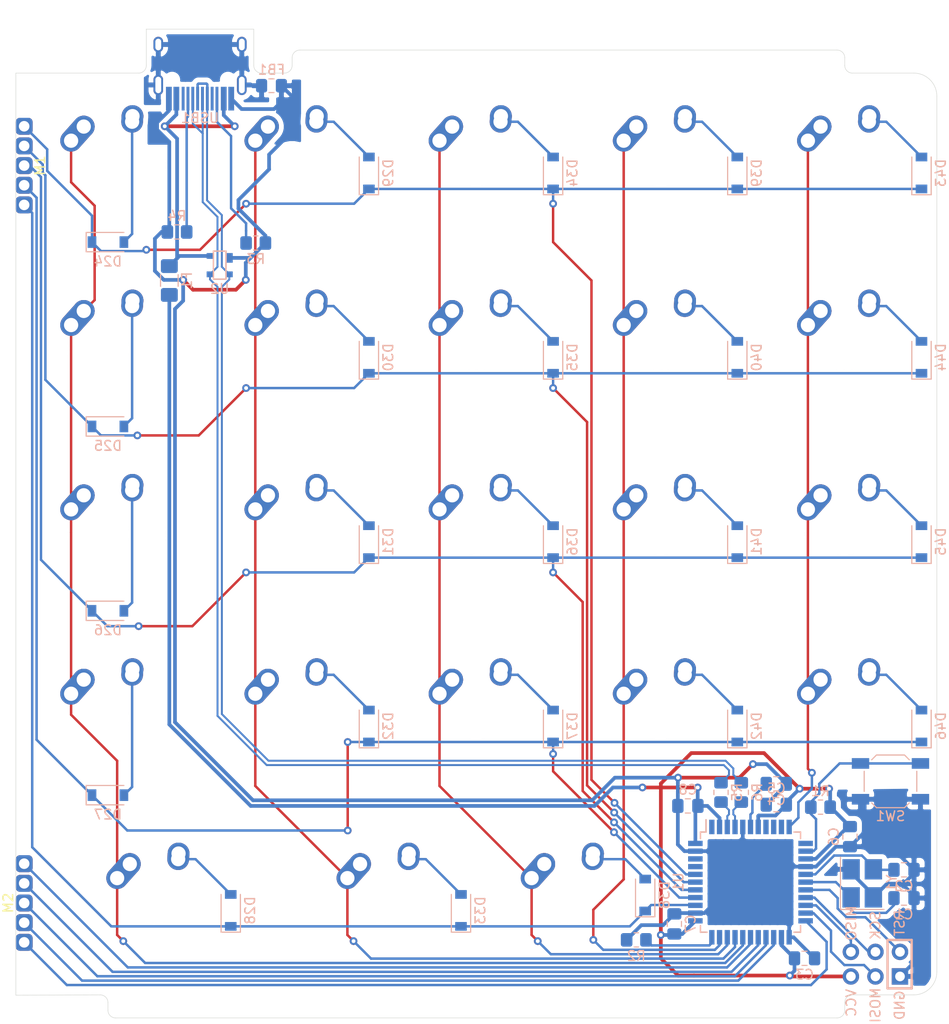
<source format=kicad_pcb>
(kicad_pcb (version 20171130) (host pcbnew "(5.1.12)-1")
  (layers (0 F.Cu signal) (31 B.Cu signal) (34 B.Paste user) (35 F.Paste user) (36 B.SilkS user) (37 F.SilkS user) (38 B.Mask user) (39 F.Mask user) (44 Edge.Cuts user))
  (net 0 "")
  (net 1 GND)
  (net 2 +5V)
  (net 3 "Net-(C4-Pad1)")
  (net 4 ROW0)
  (net 5 ROW1)
  (net 6 ROW2)
  (net 7 ROW3)
  (net 8 ROW4)
  (net 9 "Net-(D24-Pad2)")
  (net 10 "Net-(D25-Pad2)")
  (net 11 "Net-(D26-Pad2)")
  (net 12 "Net-(D27-Pad2)")
  (net 13 "Net-(D28-Pad2)")
  (net 14 "Net-(D29-Pad2)")
  (net 15 "Net-(D30-Pad2)")
  (net 16 "Net-(D31-Pad2)")
  (net 17 "Net-(D32-Pad2)")
  (net 18 "Net-(D33-Pad2)")
  (net 19 "Net-(D34-Pad2)")
  (net 20 "Net-(D35-Pad2)")
  (net 21 "Net-(D36-Pad2)")
  (net 22 "Net-(D37-Pad2)")
  (net 23 "Net-(D38-Pad2)")
  (net 24 "Net-(D39-Pad2)")
  (net 25 "Net-(D40-Pad2)")
  (net 26 "Net-(D41-Pad2)")
  (net 27 "Net-(D42-Pad2)")
  (net 28 "Net-(D43-Pad2)")
  (net 29 "Net-(D44-Pad2)")
  (net 30 "Net-(D45-Pad2)")
  (net 31 "Net-(D46-Pad2)")
  (net 32 VCC)
  (net 33 COL0)
  (net 34 COL1)
  (net 35 COL2)
  (net 36 COL3)
  (net 37 COL4)
  (net 38 COL5)
  (net 39 COL6)
  (net 40 COL7)
  (net 41 COL8)
  (net 42 COL9)
  (net 43 D-)
  (net 44 D+)
  (net 45 "Net-(U1-Pad42)")
  (net 46 "Net-(U1-Pad12)")
  (net 47 "Net-(U1-Pad10)")
  (net 48 "Net-(U1-Pad8)")
  (net 49 "Net-(U1-Pad1)")
  (net 50 "Net-(C1-Pad1)")
  (net 51 "Net-(C2-Pad1)")
  (net 52 RST)
  (net 53 MOSI)
  (net 54 SCK)
  (net 55 MISO)
  (net 56 "Net-(R1-Pad2)")
  (net 57 "Net-(R2-Pad2)")
  (net 58 "Net-(R3-Pad1)")
  (net 59 "Net-(R4-Pad1)")
  (net 60 "Net-(USB1-Pad3)")
  (net 61 "Net-(USB1-Pad9)")
  (net 62 "Net-(U1-Pad41)")
  (net 63 "Net-(U1-Pad9)")
  (net 64 DN)
  (net 65 DP)
  (net 66 Earth)
  (module MX_Alps_Hybrid:MX-1U-NoLED (layer F.Cu) (at 126.20625 50.00625)
    (fp_text reference MX25)
    (fp_text value MX-NoLED)
    (pad "" np_thru_hole circle (at 5.08 0 48.0996) (size 1.75 1.75) (drill 1.75) (layers *.Cu *.Mask))
    (pad "" np_thru_hole circle (at -5.08 0 48.0996) (size 1.75 1.75) (drill 1.75) (layers *.Cu *.Mask))
    (pad 1 thru_hole circle (at -2.5 -4) (size 2.25 2.25) (drill 1.47) (layers *.Cu B.Mask) (net 38 COL5))
    (pad "" np_thru_hole circle (at 0 0) (size 3.9878 3.9878) (drill 3.9878) (layers *.Cu *.Mask))
    (pad 1 thru_hole oval (at -3.81 -2.54 48.0996) (size 4.211556 2.25) (drill 1.47 (offset 0.980778 0)) (layers *.Cu B.Mask) (net 38 COL5))
    (pad 2 thru_hole circle (at 2.54 -5.08) (size 2.25 2.25) (drill 1.47) (layers *.Cu B.Mask) (net 10 "Net-(D25-Pad2)"))
    (pad 2 thru_hole oval (at 2.5 -4.5 86.0548) (size 2.831378 2.25) (drill 1.47 (offset 0.290689 0)) (layers *.Cu B.Mask) (net 10 "Net-(D25-Pad2)"))
  )
  (module MX_Alps_Hybrid:MX-1U-NoLED (layer F.Cu) (at 126.20625 69.05625)
    (fp_text reference MX26)
    (fp_text value MX-NoLED)
    (pad "" np_thru_hole circle (at 5.08 0 48.0996) (size 1.75 1.75) (drill 1.75) (layers *.Cu *.Mask))
    (pad "" np_thru_hole circle (at -5.08 0 48.0996) (size 1.75 1.75) (drill 1.75) (layers *.Cu *.Mask))
    (pad 1 thru_hole circle (at -2.5 -4) (size 2.25 2.25) (drill 1.47) (layers *.Cu B.Mask) (net 38 COL5))
    (pad "" np_thru_hole circle (at 0 0) (size 3.9878 3.9878) (drill 3.9878) (layers *.Cu *.Mask))
    (pad 1 thru_hole oval (at -3.81 -2.54 48.0996) (size 4.211556 2.25) (drill 1.47 (offset 0.980778 0)) (layers *.Cu B.Mask) (net 38 COL5))
    (pad 2 thru_hole circle (at 2.54 -5.08) (size 2.25 2.25) (drill 1.47) (layers *.Cu B.Mask) (net 11 "Net-(D26-Pad2)"))
    (pad 2 thru_hole oval (at 2.5 -4.5 86.0548) (size 2.831378 2.25) (drill 1.47 (offset 0.290689 0)) (layers *.Cu B.Mask) (net 11 "Net-(D26-Pad2)"))
  )
  (module modular:1x5 (layer F.Cu) (at 117.542 107.696 180)
    (fp_text reference M2 (at 1.651 0.508 90) (layer F.SilkS))
    (fp_text value 1x5)
    (pad 5 thru_hole roundrect (at 0 4.572 180) (size 1.7526 1.7526) (drill 1.0922) (layers *.Cu *.Mask) (net 37 COL4))
    (pad 4 thru_hole roundrect (at 0 2.54 180) (size 1.7526 1.7526) (drill 1.0922) (layers *.Cu *.Mask) (net 36 COL3))
    (pad 3 thru_hole roundrect (at 0 0.508 180) (size 1.7526 1.7526) (drill 1.0922) (layers *.Cu *.Mask) (net 35 COL2))
    (pad 2 thru_hole roundrect (at 0 -1.524 180) (size 1.7526 1.7526) (drill 1.0922) (layers *.Cu *.Mask) (net 34 COL1))
    (pad 1 thru_hole roundrect (at 0 -3.556 180) (size 1.7526 1.7526) (drill 1.0922) (layers *.Cu *.Mask) (net 33 COL0))
  )
  (module modular:1x5 (layer F.Cu) (at 117.54 30.48)
    (fp_text reference M1 (at 1.651 0.508 90) (layer F.SilkS))
    (fp_text value 1x5)
    (pad 5 thru_hole roundrect (at 0 4.572) (size 1.7526 1.7526) (drill 1.0922) (layers *.Cu *.Mask) (net 8 ROW4))
    (pad 4 thru_hole roundrect (at 0 2.54) (size 1.7526 1.7526) (drill 1.0922) (layers *.Cu *.Mask) (net 7 ROW3))
    (pad 3 thru_hole roundrect (at 0 0.508) (size 1.7526 1.7526) (drill 1.0922) (layers *.Cu *.Mask) (net 6 ROW2))
    (pad 2 thru_hole roundrect (at 0 -1.524) (size 1.7526 1.7526) (drill 1.0922) (layers *.Cu *.Mask) (net 5 ROW1))
    (pad 1 thru_hole roundrect (at 0 -3.556) (size 1.7526 1.7526) (drill 1.0922) (layers *.Cu *.Mask) (net 4 ROW0))
  )
  (module MX_Alps_Hybrid:MX-1U-NoLED (layer F.Cu) (at 126.20625 30.95625)
    (fp_text reference MX24)
    (fp_text value MX-NoLED)
    (pad "" np_thru_hole circle (at 5.08 0 48.0996) (size 1.75 1.75) (drill 1.75) (layers *.Cu *.Mask))
    (pad "" np_thru_hole circle (at -5.08 0 48.0996) (size 1.75 1.75) (drill 1.75) (layers *.Cu *.Mask))
    (pad 1 thru_hole circle (at -2.5 -4) (size 2.25 2.25) (drill 1.47) (layers *.Cu B.Mask) (net 38 COL5))
    (pad "" np_thru_hole circle (at 0 0) (size 3.9878 3.9878) (drill 3.9878) (layers *.Cu *.Mask))
    (pad 1 thru_hole oval (at -3.81 -2.54 48.0996) (size 4.211556 2.25) (drill 1.47 (offset 0.980778 0)) (layers *.Cu B.Mask) (net 38 COL5))
    (pad 2 thru_hole circle (at 2.54 -5.08) (size 2.25 2.25) (drill 1.47) (layers *.Cu B.Mask) (net 9 "Net-(D24-Pad2)"))
    (pad 2 thru_hole oval (at 2.5 -4.5 86.0548) (size 2.831378 2.25) (drill 1.47 (offset 0.290689 0)) (layers *.Cu B.Mask) (net 9 "Net-(D24-Pad2)"))
  )
  (module Inductor_SMD:L_0805_2012Metric_Pad1.15x1.40mm_HandSolder (layer B.Cu) (at 143.12 22.733 180)
    (fp_text reference FB1 (at 0 1.65) (layer B.SilkS) (effects (justify mirror)))
    (fp_text value 60@100MHz)
    (pad 2 smd roundrect (at 1.025 0 180) (size 1.15 1.4) (layers B.Cu B.Paste B.Mask) (roundrect_rratio 0.217391) (net 66 Earth))
    (pad 1 smd roundrect (at -1.025 0 180) (size 1.15 1.4) (layers B.Cu B.Paste B.Mask) (roundrect_rratio 0.217391) (net 1 GND))
  )
  (module MX_Alps_Hybrid:MX-1U-NoLED (layer F.Cu) (at 202.40625 88.10625)
    (fp_text reference MX46)
    (fp_text value MX-NoLED)
    (pad "" np_thru_hole circle (at 5.08 0 48.0996) (size 1.75 1.75) (drill 1.75) (layers *.Cu *.Mask))
    (pad "" np_thru_hole circle (at -5.08 0 48.0996) (size 1.75 1.75) (drill 1.75) (layers *.Cu *.Mask))
    (pad 1 thru_hole circle (at -2.5 -4) (size 2.25 2.25) (drill 1.47) (layers *.Cu B.Mask) (net 42 COL9))
    (pad "" np_thru_hole circle (at 0 0) (size 3.9878 3.9878) (drill 3.9878) (layers *.Cu *.Mask))
    (pad 1 thru_hole oval (at -3.81 -2.54 48.0996) (size 4.211556 2.25) (drill 1.47 (offset 0.980778 0)) (layers *.Cu B.Mask) (net 42 COL9))
    (pad 2 thru_hole circle (at 2.54 -5.08) (size 2.25 2.25) (drill 1.47) (layers *.Cu B.Mask) (net 31 "Net-(D46-Pad2)"))
    (pad 2 thru_hole oval (at 2.5 -4.5 86.0548) (size 2.831378 2.25) (drill 1.47 (offset 0.290689 0)) (layers *.Cu B.Mask) (net 31 "Net-(D46-Pad2)"))
  )
  (module MX_Alps_Hybrid:MX-1U-NoLED (layer F.Cu) (at 183.35625 88.10625)
    (fp_text reference MX42)
    (fp_text value MX-NoLED)
    (pad "" np_thru_hole circle (at 5.08 0 48.0996) (size 1.75 1.75) (drill 1.75) (layers *.Cu *.Mask))
    (pad "" np_thru_hole circle (at -5.08 0 48.0996) (size 1.75 1.75) (drill 1.75) (layers *.Cu *.Mask))
    (pad 1 thru_hole circle (at -2.5 -4) (size 2.25 2.25) (drill 1.47) (layers *.Cu B.Mask) (net 41 COL8))
    (pad "" np_thru_hole circle (at 0 0) (size 3.9878 3.9878) (drill 3.9878) (layers *.Cu *.Mask))
    (pad 1 thru_hole oval (at -3.81 -2.54 48.0996) (size 4.211556 2.25) (drill 1.47 (offset 0.980778 0)) (layers *.Cu B.Mask) (net 41 COL8))
    (pad 2 thru_hole circle (at 2.54 -5.08) (size 2.25 2.25) (drill 1.47) (layers *.Cu B.Mask) (net 27 "Net-(D42-Pad2)"))
    (pad 2 thru_hole oval (at 2.5 -4.5 86.0548) (size 2.831378 2.25) (drill 1.47 (offset 0.290689 0)) (layers *.Cu B.Mask) (net 27 "Net-(D42-Pad2)"))
  )
  (module MX_Alps_Hybrid:MX-1U-NoLED (layer F.Cu) (at 183.35625 30.95625)
    (fp_text reference MX39)
    (fp_text value MX-NoLED)
    (pad "" np_thru_hole circle (at 5.08 0 48.0996) (size 1.75 1.75) (drill 1.75) (layers *.Cu *.Mask))
    (pad "" np_thru_hole circle (at -5.08 0 48.0996) (size 1.75 1.75) (drill 1.75) (layers *.Cu *.Mask))
    (pad 1 thru_hole circle (at -2.5 -4) (size 2.25 2.25) (drill 1.47) (layers *.Cu B.Mask) (net 41 COL8))
    (pad "" np_thru_hole circle (at 0 0) (size 3.9878 3.9878) (drill 3.9878) (layers *.Cu *.Mask))
    (pad 1 thru_hole oval (at -3.81 -2.54 48.0996) (size 4.211556 2.25) (drill 1.47 (offset 0.980778 0)) (layers *.Cu B.Mask) (net 41 COL8))
    (pad 2 thru_hole circle (at 2.54 -5.08) (size 2.25 2.25) (drill 1.47) (layers *.Cu B.Mask) (net 24 "Net-(D39-Pad2)"))
    (pad 2 thru_hole oval (at 2.5 -4.5 86.0548) (size 2.831378 2.25) (drill 1.47 (offset 0.290689 0)) (layers *.Cu B.Mask) (net 24 "Net-(D39-Pad2)"))
  )
  (module Crystal:Crystal_SMD_3225-4Pin_3.2x2.5mm_HandSoldering (layer B.Cu) (at 204.216 105.156 90)
    (fp_text reference Y1 (at 0 3.05 90) (layer B.SilkS) (effects (justify mirror)))
    (fp_text value 16MHz)
    (pad 1 smd rect (at -1.45 -1.15 90) (size 2.1 1.8) (layers B.Cu B.Paste B.Mask) (net 50 "Net-(C1-Pad1)"))
    (pad 2 smd rect (at 1.45 -1.15 90) (size 2.1 1.8) (layers B.Cu B.Paste B.Mask) (net 1 GND))
    (pad 3 smd rect (at 1.45 1.15 90) (size 2.1 1.8) (layers B.Cu B.Paste B.Mask) (net 51 "Net-(C2-Pad1)"))
    (pad 4 smd rect (at -1.45 1.15 90) (size 2.1 1.8) (layers B.Cu B.Paste B.Mask) (net 1 GND))
  )
  (module Type-C:HRO-TYPE-C-31-M-12-HandSoldering (layer B.Cu) (at 135.73125 15.875)
    (fp_text reference USB1 (at 0 10.2) (layer B.SilkS) (effects (justify mirror)))
    (fp_text value HRO-TYPE-C-31-M-12)
    (pad 12 smd rect (at 3.225 8.195) (size 0.6 2.45) (layers B.Cu B.Paste B.Mask) (net 1 GND))
    (pad 1 smd rect (at -3.225 8.195) (size 0.6 2.45) (layers B.Cu B.Paste B.Mask) (net 1 GND))
    (pad 11 smd rect (at 2.45 8.195) (size 0.6 2.45) (layers B.Cu B.Paste B.Mask) (net 32 VCC))
    (pad 2 smd rect (at -2.45 8.195) (size 0.6 2.45) (layers B.Cu B.Paste B.Mask) (net 32 VCC))
    (pad 3 smd rect (at -1.75 8.195) (size 0.3 2.45) (layers B.Cu B.Paste B.Mask) (net 60 "Net-(USB1-Pad3)"))
    (pad 10 smd rect (at 1.75 8.195) (size 0.3 2.45) (layers B.Cu B.Paste B.Mask) (net 58 "Net-(R3-Pad1)"))
    (pad 4 smd rect (at -1.25 8.195) (size 0.3 2.45) (layers B.Cu B.Paste B.Mask) (net 59 "Net-(R4-Pad1)"))
    (pad 9 smd rect (at 1.25 8.195) (size 0.3 2.45) (layers B.Cu B.Paste B.Mask) (net 61 "Net-(USB1-Pad9)"))
    (pad 5 smd rect (at -0.75 8.195) (size 0.3 2.45) (layers B.Cu B.Paste B.Mask) (net 64 DN))
    (pad 8 smd rect (at 0.75 8.195) (size 0.3 2.45) (layers B.Cu B.Paste B.Mask) (net 65 DP))
    (pad 7 smd rect (at 0.25 8.195) (size 0.3 2.45) (layers B.Cu B.Paste B.Mask) (net 64 DN))
    (pad 6 smd rect (at -0.25 8.195) (size 0.3 2.45) (layers B.Cu B.Paste B.Mask) (net 65 DP))
    (pad "" np_thru_hole circle (at 2.89 6.25) (size 0.65 0.65) (drill 0.65) (layers *.Cu *.Mask))
    (pad "" np_thru_hole circle (at -2.89 6.25) (size 0.65 0.65) (drill 0.65) (layers *.Cu *.Mask))
    (pad 13 thru_hole oval (at -4.32 6.78) (size 1 2.1) (drill oval 0.6 1.7) (layers *.Cu F.Mask) (net 66 Earth))
    (pad 13 thru_hole oval (at 4.32 6.78) (size 1 2.1) (drill oval 0.6 1.7) (layers *.Cu F.Mask) (net 66 Earth))
    (pad 13 thru_hole oval (at -4.32 2.6) (size 1 1.6) (drill oval 0.6 1.2) (layers *.Cu F.Mask) (net 66 Earth))
    (pad 13 thru_hole oval (at 4.32 2.6) (size 1 1.6) (drill oval 0.6 1.2) (layers *.Cu F.Mask) (net 66 Earth))
  )
  (module random-keyboard-parts:SOT143B (layer B.Cu) (at 137.76325 41.275 180)
    (fp_text reference U2 (at 0 -2.45) (layer B.SilkS) (effects (justify mirror)))
    (fp_text value PRTR5V0U2X)
    (pad 3 smd rect (at 1 -0.95 270) (size 0.6 0.7) (layers B.Cu B.Paste B.Mask) (net 64 DN))
    (pad 2 smd rect (at -1 -0.95 270) (size 0.6 0.7) (layers B.Cu B.Paste B.Mask) (net 65 DP))
    (pad 4 smd rect (at 1 0.95 270) (size 0.6 0.7) (layers B.Cu B.Paste B.Mask) (net 32 VCC))
    (pad 1 smd rect (at -1 0.75 270) (size 1 0.7) (layers B.Cu B.Paste B.Mask) (net 1 GND))
  )
  (module Package_QFP:TQFP-44_10x10mm_P0.8mm (layer B.Cu) (at 192.659 105.029 270)
    (fp_text reference U1 (at 0 7.45 90) (layer B.SilkS) (effects (justify mirror)))
    (fp_text value ATmega32U4-AU)
    (pad 1 smd rect (at -5.7 4 270) (size 1.5 0.55) (layers B.Cu B.Paste B.Mask) (net 49 "Net-(U1-Pad1)"))
    (pad 2 smd rect (at -5.7 3.2 270) (size 1.5 0.55) (layers B.Cu B.Paste B.Mask) (net 2 +5V))
    (pad 3 smd rect (at -5.7 2.4 270) (size 1.5 0.55) (layers B.Cu B.Paste B.Mask) (net 43 D-))
    (pad 4 smd rect (at -5.7 1.6 270) (size 1.5 0.55) (layers B.Cu B.Paste B.Mask) (net 44 D+))
    (pad 5 smd rect (at -5.7 0.8 270) (size 1.5 0.55) (layers B.Cu B.Paste B.Mask) (net 1 GND))
    (pad 6 smd rect (at -5.7 0 270) (size 1.5 0.55) (layers B.Cu B.Paste B.Mask) (net 3 "Net-(C4-Pad1)"))
    (pad 7 smd rect (at -5.7 -0.8 270) (size 1.5 0.55) (layers B.Cu B.Paste B.Mask) (net 2 +5V))
    (pad 8 smd rect (at -5.7 -1.6 270) (size 1.5 0.55) (layers B.Cu B.Paste B.Mask) (net 48 "Net-(U1-Pad8)"))
    (pad 9 smd rect (at -5.7 -2.4 270) (size 1.5 0.55) (layers B.Cu B.Paste B.Mask) (net 63 "Net-(U1-Pad9)"))
    (pad 10 smd rect (at -5.7 -3.2 270) (size 1.5 0.55) (layers B.Cu B.Paste B.Mask) (net 47 "Net-(U1-Pad10)"))
    (pad 11 smd rect (at -5.7 -4 270) (size 1.5 0.55) (layers B.Cu B.Paste B.Mask) (net 42 COL9))
    (pad 12 smd rect (at -4 -5.7 180) (size 1.5 0.55) (layers B.Cu B.Paste B.Mask) (net 46 "Net-(U1-Pad12)"))
    (pad 13 smd rect (at -3.2 -5.7 180) (size 1.5 0.55) (layers B.Cu B.Paste B.Mask) (net 56 "Net-(R1-Pad2)"))
    (pad 14 smd rect (at -2.4 -5.7 180) (size 1.5 0.55) (layers B.Cu B.Paste B.Mask) (net 2 +5V))
    (pad 15 smd rect (at -1.6 -5.7 180) (size 1.5 0.55) (layers B.Cu B.Paste B.Mask) (net 1 GND))
    (pad 16 smd rect (at -0.8 -5.7 180) (size 1.5 0.55) (layers B.Cu B.Paste B.Mask) (net 51 "Net-(C2-Pad1)"))
    (pad 17 smd rect (at 0 -5.7 180) (size 1.5 0.55) (layers B.Cu B.Paste B.Mask) (net 50 "Net-(C1-Pad1)"))
    (pad 18 smd rect (at 0.8 -5.7 180) (size 1.5 0.55) (layers B.Cu B.Paste B.Mask) (net 52 RST))
    (pad 19 smd rect (at 1.6 -5.7 180) (size 1.5 0.55) (layers B.Cu B.Paste B.Mask) (net 54 SCK))
    (pad 20 smd rect (at 2.4 -5.7 180) (size 1.5 0.55) (layers B.Cu B.Paste B.Mask) (net 55 MISO))
    (pad 21 smd rect (at 3.2 -5.7 180) (size 1.5 0.55) (layers B.Cu B.Paste B.Mask) (net 53 MOSI))
    (pad 22 smd rect (at 4 -5.7 180) (size 1.5 0.55) (layers B.Cu B.Paste B.Mask) (net 33 COL0))
    (pad 23 smd rect (at 5.7 -4 270) (size 1.5 0.55) (layers B.Cu B.Paste B.Mask) (net 1 GND))
    (pad 24 smd rect (at 5.7 -3.2 270) (size 1.5 0.55) (layers B.Cu B.Paste B.Mask) (net 2 +5V))
    (pad 25 smd rect (at 5.7 -2.4 270) (size 1.5 0.55) (layers B.Cu B.Paste B.Mask) (net 34 COL1))
    (pad 26 smd rect (at 5.7 -1.6 270) (size 1.5 0.55) (layers B.Cu B.Paste B.Mask) (net 35 COL2))
    (pad 27 smd rect (at 5.7 -0.8 270) (size 1.5 0.55) (layers B.Cu B.Paste B.Mask) (net 36 COL3))
    (pad 28 smd rect (at 5.7 0 270) (size 1.5 0.55) (layers B.Cu B.Paste B.Mask) (net 37 COL4))
    (pad 29 smd rect (at 5.7 0.8 270) (size 1.5 0.55) (layers B.Cu B.Paste B.Mask) (net 38 COL5))
    (pad 30 smd rect (at 5.7 1.6 270) (size 1.5 0.55) (layers B.Cu B.Paste B.Mask) (net 39 COL6))
    (pad 31 smd rect (at 5.7 2.4 270) (size 1.5 0.55) (layers B.Cu B.Paste B.Mask) (net 40 COL7))
    (pad 32 smd rect (at 5.7 3.2 270) (size 1.5 0.55) (layers B.Cu B.Paste B.Mask) (net 41 COL8))
    (pad 33 smd rect (at 5.7 4 270) (size 1.5 0.55) (layers B.Cu B.Paste B.Mask) (net 57 "Net-(R2-Pad2)"))
    (pad 34 smd rect (at 4 5.7 180) (size 1.5 0.55) (layers B.Cu B.Paste B.Mask) (net 2 +5V))
    (pad 35 smd rect (at 3.2 5.7 180) (size 1.5 0.55) (layers B.Cu B.Paste B.Mask) (net 1 GND))
    (pad 36 smd rect (at 2.4 5.7 180) (size 1.5 0.55) (layers B.Cu B.Paste B.Mask) (net 8 ROW4))
    (pad 37 smd rect (at 1.6 5.7 180) (size 1.5 0.55) (layers B.Cu B.Paste B.Mask) (net 7 ROW3))
    (pad 38 smd rect (at 0.8 5.7 180) (size 1.5 0.55) (layers B.Cu B.Paste B.Mask) (net 6 ROW2))
    (pad 39 smd rect (at 0 5.7 180) (size 1.5 0.55) (layers B.Cu B.Paste B.Mask) (net 5 ROW1))
    (pad 40 smd rect (at -0.8 5.7 180) (size 1.5 0.55) (layers B.Cu B.Paste B.Mask) (net 4 ROW0))
    (pad 41 smd rect (at -1.6 5.7 180) (size 1.5 0.55) (layers B.Cu B.Paste B.Mask) (net 62 "Net-(U1-Pad41)"))
    (pad 42 smd rect (at -2.4 5.7 180) (size 1.5 0.55) (layers B.Cu B.Paste B.Mask) (net 45 "Net-(U1-Pad42)"))
    (pad 43 smd rect (at -3.2 5.7 180) (size 1.5 0.55) (layers B.Cu B.Paste B.Mask) (net 1 GND))
    (pad 44 smd rect (at -4 5.7 180) (size 1.5 0.55) (layers B.Cu B.Paste B.Mask) (net 2 +5V))
  )
  (module Button_Switch_SMD:SW_SPST_SKQG_WithStem (layer B.Cu) (at 207.137 94.615)
    (fp_text reference SW1 (at 0 3.6) (layer B.SilkS) (effects (justify mirror)))
    (fp_text value SW_Push)
    (pad 2 smd rect (at 3.1 -1.85) (size 1.8 1.1) (layers B.Cu B.Paste B.Mask) (net 56 "Net-(R1-Pad2)"))
    (pad 2 smd rect (at -3.1 -1.85) (size 1.8 1.1) (layers B.Cu B.Paste B.Mask) (net 56 "Net-(R1-Pad2)"))
    (pad 1 smd rect (at 3.1 1.85) (size 1.8 1.1) (layers B.Cu B.Paste B.Mask) (net 1 GND))
    (pad 1 smd rect (at -3.1 1.85) (size 1.8 1.1) (layers B.Cu B.Paste B.Mask) (net 1 GND))
  )
  (module Resistor_SMD:R_0805_2012Metric_Pad1.20x1.40mm_HandSolder (layer B.Cu) (at 191.707 95.758 90)
    (fp_text reference R6 (at 0 1.65 90) (layer B.SilkS) (effects (justify mirror)))
    (fp_text value 22)
    (pad 1 smd roundrect (at -1 0 90) (size 1.2 1.4) (layers B.Cu B.Paste B.Mask) (roundrect_rratio 0.208333) (net 44 D+))
    (pad 2 smd roundrect (at 1 0 90) (size 1.2 1.4) (layers B.Cu B.Paste B.Mask) (roundrect_rratio 0.208333) (net 65 DP))
  )
  (module Resistor_SMD:R_0805_2012Metric_Pad1.20x1.40mm_HandSolder (layer B.Cu) (at 189.611 95.758 90)
    (fp_text reference R5 (at 0 1.65 90) (layer B.SilkS) (effects (justify mirror)))
    (fp_text value 22)
    (pad 1 smd roundrect (at -1 0 90) (size 1.2 1.4) (layers B.Cu B.Paste B.Mask) (roundrect_rratio 0.208333) (net 43 D-))
    (pad 2 smd roundrect (at 1 0 90) (size 1.2 1.4) (layers B.Cu B.Paste B.Mask) (roundrect_rratio 0.208333) (net 64 DN))
  )
  (module Resistor_SMD:R_0805_2012Metric_Pad1.20x1.40mm_HandSolder (layer B.Cu) (at 133.35 37.846 180)
    (fp_text reference R4 (at 0 1.65) (layer B.SilkS) (effects (justify mirror)))
    (fp_text value 5.1k)
    (pad 2 smd roundrect (at 1 0 180) (size 1.2 1.4) (layers B.Cu B.Paste B.Mask) (roundrect_rratio 0.208333) (net 1 GND))
    (pad 1 smd roundrect (at -1 0 180) (size 1.2 1.4) (layers B.Cu B.Paste B.Mask) (roundrect_rratio 0.208333) (net 59 "Net-(R4-Pad1)"))
  )
  (module Resistor_SMD:R_0805_2012Metric_Pad1.20x1.40mm_HandSolder (layer B.Cu) (at 141.494 38.989)
    (fp_text reference R3 (at 0 1.65) (layer B.SilkS) (effects (justify mirror)))
    (fp_text value 5.1k)
    (pad 2 smd roundrect (at 1 0) (size 1.2 1.4) (layers B.Cu B.Paste B.Mask) (roundrect_rratio 0.208333) (net 1 GND))
    (pad 1 smd roundrect (at -1 0) (size 1.2 1.4) (layers B.Cu B.Paste B.Mask) (roundrect_rratio 0.208333) (net 58 "Net-(R3-Pad1)"))
  )
  (module Resistor_SMD:R_0805_2012Metric_Pad1.20x1.40mm_HandSolder (layer B.Cu) (at 180.848 110.998)
    (fp_text reference R2 (at 0 1.65) (layer B.SilkS) (effects (justify mirror)))
    (fp_text value 10k)
    (pad 1 smd roundrect (at -1 0) (size 1.2 1.4) (layers B.Cu B.Paste B.Mask) (roundrect_rratio 0.208333) (net 1 GND))
    (pad 2 smd roundrect (at 1 0) (size 1.2 1.4) (layers B.Cu B.Paste B.Mask) (roundrect_rratio 0.208333) (net 57 "Net-(R2-Pad2)"))
  )
  (module Resistor_SMD:R_0805_2012Metric_Pad1.20x1.40mm_HandSolder (layer B.Cu) (at 199.898 97.282 180)
    (fp_text reference R1 (at 0 1.65) (layer B.SilkS) (effects (justify mirror)))
    (fp_text value 10k)
    (pad 1 smd roundrect (at -1 0 180) (size 1.2 1.4) (layers B.Cu B.Paste B.Mask) (roundrect_rratio 0.208333) (net 2 +5V))
    (pad 2 smd roundrect (at 1 0 180) (size 1.2 1.4) (layers B.Cu B.Paste B.Mask) (roundrect_rratio 0.208333) (net 56 "Net-(R1-Pad2)"))
  )
  (module MX_Alps_Hybrid:MX-1U-NoLED (layer F.Cu) (at 202.40625 69.05625)
    (fp_text reference MX45)
    (fp_text value MX-NoLED)
    (pad "" np_thru_hole circle (at 5.08 0 48.0996) (size 1.75 1.75) (drill 1.75) (layers *.Cu *.Mask))
    (pad "" np_thru_hole circle (at -5.08 0 48.0996) (size 1.75 1.75) (drill 1.75) (layers *.Cu *.Mask))
    (pad 1 thru_hole circle (at -2.5 -4) (size 2.25 2.25) (drill 1.47) (layers *.Cu B.Mask) (net 42 COL9))
    (pad "" np_thru_hole circle (at 0 0) (size 3.9878 3.9878) (drill 3.9878) (layers *.Cu *.Mask))
    (pad 1 thru_hole oval (at -3.81 -2.54 48.0996) (size 4.211556 2.25) (drill 1.47 (offset 0.980778 0)) (layers *.Cu B.Mask) (net 42 COL9))
    (pad 2 thru_hole circle (at 2.54 -5.08) (size 2.25 2.25) (drill 1.47) (layers *.Cu B.Mask) (net 30 "Net-(D45-Pad2)"))
    (pad 2 thru_hole oval (at 2.5 -4.5 86.0548) (size 2.831378 2.25) (drill 1.47 (offset 0.290689 0)) (layers *.Cu B.Mask) (net 30 "Net-(D45-Pad2)"))
  )
  (module MX_Alps_Hybrid:MX-1U-NoLED (layer F.Cu) (at 202.40625 50.00625)
    (fp_text reference MX44)
    (fp_text value MX-NoLED)
    (pad "" np_thru_hole circle (at 5.08 0 48.0996) (size 1.75 1.75) (drill 1.75) (layers *.Cu *.Mask))
    (pad "" np_thru_hole circle (at -5.08 0 48.0996) (size 1.75 1.75) (drill 1.75) (layers *.Cu *.Mask))
    (pad 1 thru_hole circle (at -2.5 -4) (size 2.25 2.25) (drill 1.47) (layers *.Cu B.Mask) (net 42 COL9))
    (pad "" np_thru_hole circle (at 0 0) (size 3.9878 3.9878) (drill 3.9878) (layers *.Cu *.Mask))
    (pad 1 thru_hole oval (at -3.81 -2.54 48.0996) (size 4.211556 2.25) (drill 1.47 (offset 0.980778 0)) (layers *.Cu B.Mask) (net 42 COL9))
    (pad 2 thru_hole circle (at 2.54 -5.08) (size 2.25 2.25) (drill 1.47) (layers *.Cu B.Mask) (net 29 "Net-(D44-Pad2)"))
    (pad 2 thru_hole oval (at 2.5 -4.5 86.0548) (size 2.831378 2.25) (drill 1.47 (offset 0.290689 0)) (layers *.Cu B.Mask) (net 29 "Net-(D44-Pad2)"))
  )
  (module MX_Alps_Hybrid:MX-1U-NoLED (layer F.Cu) (at 202.40625 30.95625)
    (fp_text reference MX43)
    (fp_text value MX-NoLED)
    (pad "" np_thru_hole circle (at 5.08 0 48.0996) (size 1.75 1.75) (drill 1.75) (layers *.Cu *.Mask))
    (pad "" np_thru_hole circle (at -5.08 0 48.0996) (size 1.75 1.75) (drill 1.75) (layers *.Cu *.Mask))
    (pad 1 thru_hole circle (at -2.5 -4) (size 2.25 2.25) (drill 1.47) (layers *.Cu B.Mask) (net 42 COL9))
    (pad "" np_thru_hole circle (at 0 0) (size 3.9878 3.9878) (drill 3.9878) (layers *.Cu *.Mask))
    (pad 1 thru_hole oval (at -3.81 -2.54 48.0996) (size 4.211556 2.25) (drill 1.47 (offset 0.980778 0)) (layers *.Cu B.Mask) (net 42 COL9))
    (pad 2 thru_hole circle (at 2.54 -5.08) (size 2.25 2.25) (drill 1.47) (layers *.Cu B.Mask) (net 28 "Net-(D43-Pad2)"))
    (pad 2 thru_hole oval (at 2.5 -4.5 86.0548) (size 2.831378 2.25) (drill 1.47 (offset 0.290689 0)) (layers *.Cu B.Mask) (net 28 "Net-(D43-Pad2)"))
  )
  (module MX_Alps_Hybrid:MX-1U-NoLED (layer F.Cu) (at 183.35625 69.05625)
    (fp_text reference MX41)
    (fp_text value MX-NoLED)
    (pad "" np_thru_hole circle (at 5.08 0 48.0996) (size 1.75 1.75) (drill 1.75) (layers *.Cu *.Mask))
    (pad "" np_thru_hole circle (at -5.08 0 48.0996) (size 1.75 1.75) (drill 1.75) (layers *.Cu *.Mask))
    (pad 1 thru_hole circle (at -2.5 -4) (size 2.25 2.25) (drill 1.47) (layers *.Cu B.Mask) (net 41 COL8))
    (pad "" np_thru_hole circle (at 0 0) (size 3.9878 3.9878) (drill 3.9878) (layers *.Cu *.Mask))
    (pad 1 thru_hole oval (at -3.81 -2.54 48.0996) (size 4.211556 2.25) (drill 1.47 (offset 0.980778 0)) (layers *.Cu B.Mask) (net 41 COL8))
    (pad 2 thru_hole circle (at 2.54 -5.08) (size 2.25 2.25) (drill 1.47) (layers *.Cu B.Mask) (net 26 "Net-(D41-Pad2)"))
    (pad 2 thru_hole oval (at 2.5 -4.5 86.0548) (size 2.831378 2.25) (drill 1.47 (offset 0.290689 0)) (layers *.Cu B.Mask) (net 26 "Net-(D41-Pad2)"))
  )
  (module MX_Alps_Hybrid:MX-1U-NoLED (layer F.Cu) (at 183.35625 50.00625)
    (fp_text reference MX40)
    (fp_text value MX-NoLED)
    (pad "" np_thru_hole circle (at 5.08 0 48.0996) (size 1.75 1.75) (drill 1.75) (layers *.Cu *.Mask))
    (pad "" np_thru_hole circle (at -5.08 0 48.0996) (size 1.75 1.75) (drill 1.75) (layers *.Cu *.Mask))
    (pad 1 thru_hole circle (at -2.5 -4) (size 2.25 2.25) (drill 1.47) (layers *.Cu B.Mask) (net 41 COL8))
    (pad "" np_thru_hole circle (at 0 0) (size 3.9878 3.9878) (drill 3.9878) (layers *.Cu *.Mask))
    (pad 1 thru_hole oval (at -3.81 -2.54 48.0996) (size 4.211556 2.25) (drill 1.47 (offset 0.980778 0)) (layers *.Cu B.Mask) (net 41 COL8))
    (pad 2 thru_hole circle (at 2.54 -5.08) (size 2.25 2.25) (drill 1.47) (layers *.Cu B.Mask) (net 25 "Net-(D40-Pad2)"))
    (pad 2 thru_hole oval (at 2.5 -4.5 86.0548) (size 2.831378 2.25) (drill 1.47 (offset 0.290689 0)) (layers *.Cu B.Mask) (net 25 "Net-(D40-Pad2)"))
  )
  (module MX_Alps_Hybrid:MX-1U-NoLED (layer F.Cu) (at 173.83125 107.15625)
    (fp_text reference MX38)
    (fp_text value MX-NoLED)
    (pad "" np_thru_hole circle (at 5.08 0 48.0996) (size 1.75 1.75) (drill 1.75) (layers *.Cu *.Mask))
    (pad "" np_thru_hole circle (at -5.08 0 48.0996) (size 1.75 1.75) (drill 1.75) (layers *.Cu *.Mask))
    (pad 1 thru_hole circle (at -2.5 -4) (size 2.25 2.25) (drill 1.47) (layers *.Cu B.Mask) (net 40 COL7))
    (pad "" np_thru_hole circle (at 0 0) (size 3.9878 3.9878) (drill 3.9878) (layers *.Cu *.Mask))
    (pad 1 thru_hole oval (at -3.81 -2.54 48.0996) (size 4.211556 2.25) (drill 1.47 (offset 0.980778 0)) (layers *.Cu B.Mask) (net 40 COL7))
    (pad 2 thru_hole circle (at 2.54 -5.08) (size 2.25 2.25) (drill 1.47) (layers *.Cu B.Mask) (net 23 "Net-(D38-Pad2)"))
    (pad 2 thru_hole oval (at 2.5 -4.5 86.0548) (size 2.831378 2.25) (drill 1.47 (offset 0.290689 0)) (layers *.Cu B.Mask) (net 23 "Net-(D38-Pad2)"))
  )
  (module MX_Alps_Hybrid:MX-1U-NoLED (layer F.Cu) (at 164.30625 88.10625)
    (fp_text reference MX37)
    (fp_text value MX-NoLED)
    (pad "" np_thru_hole circle (at 5.08 0 48.0996) (size 1.75 1.75) (drill 1.75) (layers *.Cu *.Mask))
    (pad "" np_thru_hole circle (at -5.08 0 48.0996) (size 1.75 1.75) (drill 1.75) (layers *.Cu *.Mask))
    (pad 1 thru_hole circle (at -2.5 -4) (size 2.25 2.25) (drill 1.47) (layers *.Cu B.Mask) (net 40 COL7))
    (pad "" np_thru_hole circle (at 0 0) (size 3.9878 3.9878) (drill 3.9878) (layers *.Cu *.Mask))
    (pad 1 thru_hole oval (at -3.81 -2.54 48.0996) (size 4.211556 2.25) (drill 1.47 (offset 0.980778 0)) (layers *.Cu B.Mask) (net 40 COL7))
    (pad 2 thru_hole circle (at 2.54 -5.08) (size 2.25 2.25) (drill 1.47) (layers *.Cu B.Mask) (net 22 "Net-(D37-Pad2)"))
    (pad 2 thru_hole oval (at 2.5 -4.5 86.0548) (size 2.831378 2.25) (drill 1.47 (offset 0.290689 0)) (layers *.Cu B.Mask) (net 22 "Net-(D37-Pad2)"))
  )
  (module MX_Alps_Hybrid:MX-1U-NoLED (layer F.Cu) (at 164.30625 69.05625)
    (fp_text reference MX36)
    (fp_text value MX-NoLED)
    (pad "" np_thru_hole circle (at 5.08 0 48.0996) (size 1.75 1.75) (drill 1.75) (layers *.Cu *.Mask))
    (pad "" np_thru_hole circle (at -5.08 0 48.0996) (size 1.75 1.75) (drill 1.75) (layers *.Cu *.Mask))
    (pad 1 thru_hole circle (at -2.5 -4) (size 2.25 2.25) (drill 1.47) (layers *.Cu B.Mask) (net 40 COL7))
    (pad "" np_thru_hole circle (at 0 0) (size 3.9878 3.9878) (drill 3.9878) (layers *.Cu *.Mask))
    (pad 1 thru_hole oval (at -3.81 -2.54 48.0996) (size 4.211556 2.25) (drill 1.47 (offset 0.980778 0)) (layers *.Cu B.Mask) (net 40 COL7))
    (pad 2 thru_hole circle (at 2.54 -5.08) (size 2.25 2.25) (drill 1.47) (layers *.Cu B.Mask) (net 21 "Net-(D36-Pad2)"))
    (pad 2 thru_hole oval (at 2.5 -4.5 86.0548) (size 2.831378 2.25) (drill 1.47 (offset 0.290689 0)) (layers *.Cu B.Mask) (net 21 "Net-(D36-Pad2)"))
  )
  (module MX_Alps_Hybrid:MX-1U-NoLED (layer F.Cu) (at 164.30625 50.00625)
    (fp_text reference MX35)
    (fp_text value MX-NoLED)
    (pad "" np_thru_hole circle (at 5.08 0 48.0996) (size 1.75 1.75) (drill 1.75) (layers *.Cu *.Mask))
    (pad "" np_thru_hole circle (at -5.08 0 48.0996) (size 1.75 1.75) (drill 1.75) (layers *.Cu *.Mask))
    (pad 1 thru_hole circle (at -2.5 -4) (size 2.25 2.25) (drill 1.47) (layers *.Cu B.Mask) (net 40 COL7))
    (pad "" np_thru_hole circle (at 0 0) (size 3.9878 3.9878) (drill 3.9878) (layers *.Cu *.Mask))
    (pad 1 thru_hole oval (at -3.81 -2.54 48.0996) (size 4.211556 2.25) (drill 1.47 (offset 0.980778 0)) (layers *.Cu B.Mask) (net 40 COL7))
    (pad 2 thru_hole circle (at 2.54 -5.08) (size 2.25 2.25) (drill 1.47) (layers *.Cu B.Mask) (net 20 "Net-(D35-Pad2)"))
    (pad 2 thru_hole oval (at 2.5 -4.5 86.0548) (size 2.831378 2.25) (drill 1.47 (offset 0.290689 0)) (layers *.Cu B.Mask) (net 20 "Net-(D35-Pad2)"))
  )
  (module MX_Alps_Hybrid:MX-1U-NoLED (layer F.Cu) (at 164.30625 30.95625)
    (fp_text reference MX34)
    (fp_text value MX-NoLED)
    (pad "" np_thru_hole circle (at 5.08 0 48.0996) (size 1.75 1.75) (drill 1.75) (layers *.Cu *.Mask))
    (pad "" np_thru_hole circle (at -5.08 0 48.0996) (size 1.75 1.75) (drill 1.75) (layers *.Cu *.Mask))
    (pad 1 thru_hole circle (at -2.5 -4) (size 2.25 2.25) (drill 1.47) (layers *.Cu B.Mask) (net 40 COL7))
    (pad "" np_thru_hole circle (at 0 0) (size 3.9878 3.9878) (drill 3.9878) (layers *.Cu *.Mask))
    (pad 1 thru_hole oval (at -3.81 -2.54 48.0996) (size 4.211556 2.25) (drill 1.47 (offset 0.980778 0)) (layers *.Cu B.Mask) (net 40 COL7))
    (pad 2 thru_hole circle (at 2.54 -5.08) (size 2.25 2.25) (drill 1.47) (layers *.Cu B.Mask) (net 19 "Net-(D34-Pad2)"))
    (pad 2 thru_hole oval (at 2.5 -4.5 86.0548) (size 2.831378 2.25) (drill 1.47 (offset 0.290689 0)) (layers *.Cu B.Mask) (net 19 "Net-(D34-Pad2)"))
  )
  (module MX_Alps_Hybrid:MX-1U-NoLED (layer F.Cu) (at 154.78125 107.15625)
    (fp_text reference MX33)
    (fp_text value MX-NoLED)
    (pad "" np_thru_hole circle (at 5.08 0 48.0996) (size 1.75 1.75) (drill 1.75) (layers *.Cu *.Mask))
    (pad "" np_thru_hole circle (at -5.08 0 48.0996) (size 1.75 1.75) (drill 1.75) (layers *.Cu *.Mask))
    (pad 1 thru_hole circle (at -2.5 -4) (size 2.25 2.25) (drill 1.47) (layers *.Cu B.Mask) (net 39 COL6))
    (pad "" np_thru_hole circle (at 0 0) (size 3.9878 3.9878) (drill 3.9878) (layers *.Cu *.Mask))
    (pad 1 thru_hole oval (at -3.81 -2.54 48.0996) (size 4.211556 2.25) (drill 1.47 (offset 0.980778 0)) (layers *.Cu B.Mask) (net 39 COL6))
    (pad 2 thru_hole circle (at 2.54 -5.08) (size 2.25 2.25) (drill 1.47) (layers *.Cu B.Mask) (net 18 "Net-(D33-Pad2)"))
    (pad 2 thru_hole oval (at 2.5 -4.5 86.0548) (size 2.831378 2.25) (drill 1.47 (offset 0.290689 0)) (layers *.Cu B.Mask) (net 18 "Net-(D33-Pad2)"))
  )
  (module MX_Alps_Hybrid:MX-1U-NoLED (layer F.Cu) (at 145.25625 88.10625)
    (fp_text reference MX32)
    (fp_text value MX-NoLED)
    (pad "" np_thru_hole circle (at 5.08 0 48.0996) (size 1.75 1.75) (drill 1.75) (layers *.Cu *.Mask))
    (pad "" np_thru_hole circle (at -5.08 0 48.0996) (size 1.75 1.75) (drill 1.75) (layers *.Cu *.Mask))
    (pad 1 thru_hole circle (at -2.5 -4) (size 2.25 2.25) (drill 1.47) (layers *.Cu B.Mask) (net 39 COL6))
    (pad "" np_thru_hole circle (at 0 0) (size 3.9878 3.9878) (drill 3.9878) (layers *.Cu *.Mask))
    (pad 1 thru_hole oval (at -3.81 -2.54 48.0996) (size 4.211556 2.25) (drill 1.47 (offset 0.980778 0)) (layers *.Cu B.Mask) (net 39 COL6))
    (pad 2 thru_hole circle (at 2.54 -5.08) (size 2.25 2.25) (drill 1.47) (layers *.Cu B.Mask) (net 17 "Net-(D32-Pad2)"))
    (pad 2 thru_hole oval (at 2.5 -4.5 86.0548) (size 2.831378 2.25) (drill 1.47 (offset 0.290689 0)) (layers *.Cu B.Mask) (net 17 "Net-(D32-Pad2)"))
  )
  (module MX_Alps_Hybrid:MX-1U-NoLED (layer F.Cu) (at 145.25625 69.05625)
    (fp_text reference MX31)
    (fp_text value MX-NoLED)
    (pad "" np_thru_hole circle (at 5.08 0 48.0996) (size 1.75 1.75) (drill 1.75) (layers *.Cu *.Mask))
    (pad "" np_thru_hole circle (at -5.08 0 48.0996) (size 1.75 1.75) (drill 1.75) (layers *.Cu *.Mask))
    (pad 1 thru_hole circle (at -2.5 -4) (size 2.25 2.25) (drill 1.47) (layers *.Cu B.Mask) (net 39 COL6))
    (pad "" np_thru_hole circle (at 0 0) (size 3.9878 3.9878) (drill 3.9878) (layers *.Cu *.Mask))
    (pad 1 thru_hole oval (at -3.81 -2.54 48.0996) (size 4.211556 2.25) (drill 1.47 (offset 0.980778 0)) (layers *.Cu B.Mask) (net 39 COL6))
    (pad 2 thru_hole circle (at 2.54 -5.08) (size 2.25 2.25) (drill 1.47) (layers *.Cu B.Mask) (net 16 "Net-(D31-Pad2)"))
    (pad 2 thru_hole oval (at 2.5 -4.5 86.0548) (size 2.831378 2.25) (drill 1.47 (offset 0.290689 0)) (layers *.Cu B.Mask) (net 16 "Net-(D31-Pad2)"))
  )
  (module MX_Alps_Hybrid:MX-1U-NoLED (layer F.Cu) (at 145.25625 50.00625)
    (fp_text reference MX30)
    (fp_text value MX-NoLED)
    (pad "" np_thru_hole circle (at 5.08 0 48.0996) (size 1.75 1.75) (drill 1.75) (layers *.Cu *.Mask))
    (pad "" np_thru_hole circle (at -5.08 0 48.0996) (size 1.75 1.75) (drill 1.75) (layers *.Cu *.Mask))
    (pad 1 thru_hole circle (at -2.5 -4) (size 2.25 2.25) (drill 1.47) (layers *.Cu B.Mask) (net 39 COL6))
    (pad "" np_thru_hole circle (at 0 0) (size 3.9878 3.9878) (drill 3.9878) (layers *.Cu *.Mask))
    (pad 1 thru_hole oval (at -3.81 -2.54 48.0996) (size 4.211556 2.25) (drill 1.47 (offset 0.980778 0)) (layers *.Cu B.Mask) (net 39 COL6))
    (pad 2 thru_hole circle (at 2.54 -5.08) (size 2.25 2.25) (drill 1.47) (layers *.Cu B.Mask) (net 15 "Net-(D30-Pad2)"))
    (pad 2 thru_hole oval (at 2.5 -4.5 86.0548) (size 2.831378 2.25) (drill 1.47 (offset 0.290689 0)) (layers *.Cu B.Mask) (net 15 "Net-(D30-Pad2)"))
  )
  (module MX_Alps_Hybrid:MX-1U-NoLED (layer F.Cu) (at 145.25625 30.95625)
    (fp_text reference MX29)
    (fp_text value MX-NoLED)
    (pad "" np_thru_hole circle (at 5.08 0 48.0996) (size 1.75 1.75) (drill 1.75) (layers *.Cu *.Mask))
    (pad "" np_thru_hole circle (at -5.08 0 48.0996) (size 1.75 1.75) (drill 1.75) (layers *.Cu *.Mask))
    (pad 1 thru_hole circle (at -2.5 -4) (size 2.25 2.25) (drill 1.47) (layers *.Cu B.Mask) (net 39 COL6))
    (pad "" np_thru_hole circle (at 0 0) (size 3.9878 3.9878) (drill 3.9878) (layers *.Cu *.Mask))
    (pad 1 thru_hole oval (at -3.81 -2.54 48.0996) (size 4.211556 2.25) (drill 1.47 (offset 0.980778 0)) (layers *.Cu B.Mask) (net 39 COL6))
    (pad 2 thru_hole circle (at 2.54 -5.08) (size 2.25 2.25) (drill 1.47) (layers *.Cu B.Mask) (net 14 "Net-(D29-Pad2)"))
    (pad 2 thru_hole oval (at 2.5 -4.5 86.0548) (size 2.831378 2.25) (drill 1.47 (offset 0.290689 0)) (layers *.Cu B.Mask) (net 14 "Net-(D29-Pad2)"))
  )
  (module MX_Alps_Hybrid:MX-1.5U-NoLED (layer F.Cu) (at 130.96875 107.15625)
    (fp_text reference MX28)
    (fp_text value MX-NoLED)
    (pad "" np_thru_hole circle (at 5.08 0 48.0996) (size 1.75 1.75) (drill 1.75) (layers *.Cu *.Mask))
    (pad "" np_thru_hole circle (at -5.08 0 48.0996) (size 1.75 1.75) (drill 1.75) (layers *.Cu *.Mask))
    (pad 1 thru_hole circle (at -2.5 -4) (size 2.25 2.25) (drill 1.47) (layers *.Cu B.Mask) (net 38 COL5))
    (pad "" np_thru_hole circle (at 0 0) (size 3.9878 3.9878) (drill 3.9878) (layers *.Cu *.Mask))
    (pad 1 thru_hole oval (at -3.81 -2.54 48.0996) (size 4.211556 2.25) (drill 1.47 (offset 0.980778 0)) (layers *.Cu B.Mask) (net 38 COL5))
    (pad 2 thru_hole circle (at 2.54 -5.08) (size 2.25 2.25) (drill 1.47) (layers *.Cu B.Mask) (net 13 "Net-(D28-Pad2)"))
    (pad 2 thru_hole oval (at 2.5 -4.5 86.0548) (size 2.831378 2.25) (drill 1.47 (offset 0.290689 0)) (layers *.Cu B.Mask) (net 13 "Net-(D28-Pad2)"))
  )
  (module MX_Alps_Hybrid:MX-1U-NoLED (layer F.Cu) (at 126.20625 88.10625)
    (fp_text reference MX27)
    (fp_text value MX-NoLED)
    (pad "" np_thru_hole circle (at 5.08 0 48.0996) (size 1.75 1.75) (drill 1.75) (layers *.Cu *.Mask))
    (pad "" np_thru_hole circle (at -5.08 0 48.0996) (size 1.75 1.75) (drill 1.75) (layers *.Cu *.Mask))
    (pad 1 thru_hole circle (at -2.5 -4) (size 2.25 2.25) (drill 1.47) (layers *.Cu B.Mask) (net 38 COL5))
    (pad "" np_thru_hole circle (at 0 0) (size 3.9878 3.9878) (drill 3.9878) (layers *.Cu *.Mask))
    (pad 1 thru_hole oval (at -3.81 -2.54 48.0996) (size 4.211556 2.25) (drill 1.47 (offset 0.980778 0)) (layers *.Cu B.Mask) (net 38 COL5))
    (pad 2 thru_hole circle (at 2.54 -5.08) (size 2.25 2.25) (drill 1.47) (layers *.Cu B.Mask) (net 12 "Net-(D27-Pad2)"))
    (pad 2 thru_hole oval (at 2.5 -4.5 86.0548) (size 2.831378 2.25) (drill 1.47 (offset 0.290689 0)) (layers *.Cu B.Mask) (net 12 "Net-(D27-Pad2)"))
  )
  (module random-keyboard-parts:Reset_Pretty-Mask (layer B.Cu) (at 205.58125 113.50625 270)
    (fp_text reference J1)
    (fp_text value AVR-ISP-6)
    (fp_text user MISO (at -4.25 2.5 90) (layer B.SilkS) (effects (justify mirror)))
    (fp_text user VCC (at 4 2.5 90) (layer B.SilkS) (effects (justify mirror)))
    (fp_text user SCK (at -4 0 90) (layer B.SilkS) (effects (justify mirror)))
    (fp_text user MOSI (at 4.25 0 90) (layer B.SilkS) (effects (justify mirror)))
    (fp_text user RST (at -4.25 -2.5 90) (layer B.SilkS) (effects (justify mirror)))
    (fp_text user GND (at 4.25 -2.5 90) (layer B.SilkS) (effects (justify mirror)))
    (pad 6 thru_hole rect (at 1.27 -2.54 270) (size 1.7 1.7) (drill 1) (layers *.Cu B.Mask) (net 1 GND))
    (pad 5 thru_hole circle (at -1.27 -2.54 270) (size 1.7 1.7) (drill 1) (layers *.Cu B.Mask) (net 52 RST))
    (pad 4 thru_hole circle (at 1.27 0 270) (size 1.7 1.7) (drill 1) (layers *.Cu B.Mask) (net 53 MOSI))
    (pad 3 thru_hole circle (at -1.27 0 270) (size 1.7 1.7) (drill 1) (layers *.Cu B.Mask) (net 54 SCK))
    (pad 2 thru_hole circle (at 1.27 2.54 270) (size 1.7 1.7) (drill 1) (layers *.Cu B.Mask) (net 2 +5V))
    (pad 1 thru_hole circle (at -1.27 2.54 270) (size 1.7 1.7) (drill 1) (layers *.Cu B.Mask) (net 55 MISO))
  )
  (module Fuse:Fuse_1206_3216Metric_Pad1.42x1.75mm_HandSolder (layer B.Cu) (at 132.55625 42.8625 90)
    (fp_text reference F1 (at 0 1.82 90) (layer B.SilkS) (effects (justify mirror)))
    (fp_text value 500mA)
    (pad 2 smd roundrect (at 1.4875 0 90) (size 1.425 1.75) (layers B.Cu B.Paste B.Mask) (roundrect_rratio 0.175439) (net 32 VCC))
    (pad 1 smd roundrect (at -1.4875 0 90) (size 1.425 1.75) (layers B.Cu B.Paste B.Mask) (roundrect_rratio 0.175439) (net 2 +5V))
  )
  (module Diode_SMD:D_SOD-123 (layer B.Cu) (at 210.34375 88.9 90)
    (fp_text reference D46 (at 0 2 270) (layer B.SilkS) (effects (justify mirror)))
    (fp_text value SOD-123)
    (pad 2 smd rect (at 1.65 0 90) (size 0.9 1.2) (layers B.Cu B.Paste B.Mask) (net 31 "Net-(D46-Pad2)"))
    (pad 1 smd rect (at -1.65 0 90) (size 0.9 1.2) (layers B.Cu B.Paste B.Mask) (net 7 ROW3))
  )
  (module Diode_SMD:D_SOD-123 (layer B.Cu) (at 210.34375 69.85 90)
    (fp_text reference D45 (at 0 2 270) (layer B.SilkS) (effects (justify mirror)))
    (fp_text value SOD-123)
    (pad 2 smd rect (at 1.65 0 90) (size 0.9 1.2) (layers B.Cu B.Paste B.Mask) (net 30 "Net-(D45-Pad2)"))
    (pad 1 smd rect (at -1.65 0 90) (size 0.9 1.2) (layers B.Cu B.Paste B.Mask) (net 6 ROW2))
  )
  (module Diode_SMD:D_SOD-123 (layer B.Cu) (at 210.34375 50.8 90)
    (fp_text reference D44 (at 0 2 90) (layer B.SilkS) (effects (justify mirror)))
    (fp_text value SOD-123)
    (pad 2 smd rect (at 1.65 0 90) (size 0.9 1.2) (layers B.Cu B.Paste B.Mask) (net 29 "Net-(D44-Pad2)"))
    (pad 1 smd rect (at -1.65 0 90) (size 0.9 1.2) (layers B.Cu B.Paste B.Mask) (net 5 ROW1))
  )
  (module Diode_SMD:D_SOD-123 (layer B.Cu) (at 210.34375 31.75 90)
    (fp_text reference D43 (at 0 2 90) (layer B.SilkS) (effects (justify mirror)))
    (fp_text value SOD-123)
    (pad 2 smd rect (at 1.65 0 90) (size 0.9 1.2) (layers B.Cu B.Paste B.Mask) (net 28 "Net-(D43-Pad2)"))
    (pad 1 smd rect (at -1.65 0 90) (size 0.9 1.2) (layers B.Cu B.Paste B.Mask) (net 4 ROW0))
  )
  (module Diode_SMD:D_SOD-123 (layer B.Cu) (at 191.29375 88.9 90)
    (fp_text reference D42 (at 0 2 270) (layer B.SilkS) (effects (justify mirror)))
    (fp_text value SOD-123)
    (pad 2 smd rect (at 1.65 0 90) (size 0.9 1.2) (layers B.Cu B.Paste B.Mask) (net 27 "Net-(D42-Pad2)"))
    (pad 1 smd rect (at -1.65 0 90) (size 0.9 1.2) (layers B.Cu B.Paste B.Mask) (net 7 ROW3))
  )
  (module Diode_SMD:D_SOD-123 (layer B.Cu) (at 191.29375 69.85 90)
    (fp_text reference D41 (at 0 2 90) (layer B.SilkS) (effects (justify mirror)))
    (fp_text value SOD-123)
    (pad 2 smd rect (at 1.65 0 90) (size 0.9 1.2) (layers B.Cu B.Paste B.Mask) (net 26 "Net-(D41-Pad2)"))
    (pad 1 smd rect (at -1.65 0 90) (size 0.9 1.2) (layers B.Cu B.Paste B.Mask) (net 6 ROW2))
  )
  (module Diode_SMD:D_SOD-123 (layer B.Cu) (at 191.29375 50.8 90)
    (fp_text reference D40 (at 0 2 90) (layer B.SilkS) (effects (justify mirror)))
    (fp_text value SOD-123)
    (pad 2 smd rect (at 1.65 0 90) (size 0.9 1.2) (layers B.Cu B.Paste B.Mask) (net 25 "Net-(D40-Pad2)"))
    (pad 1 smd rect (at -1.65 0 90) (size 0.9 1.2) (layers B.Cu B.Paste B.Mask) (net 5 ROW1))
  )
  (module Diode_SMD:D_SOD-123 (layer B.Cu) (at 191.29375 31.75 90)
    (fp_text reference D39 (at 0 2 270) (layer B.SilkS) (effects (justify mirror)))
    (fp_text value SOD-123)
    (pad 2 smd rect (at 1.65 0 90) (size 0.9 1.2) (layers B.Cu B.Paste B.Mask) (net 24 "Net-(D39-Pad2)"))
    (pad 1 smd rect (at -1.65 0 90) (size 0.9 1.2) (layers B.Cu B.Paste B.Mask) (net 4 ROW0))
  )
  (module Diode_SMD:D_SOD-123 (layer B.Cu) (at 181.76875 106.3625 90)
    (fp_text reference D38 (at 0 2 270) (layer B.SilkS) (effects (justify mirror)))
    (fp_text value SOD-123)
    (pad 2 smd rect (at 1.65 0 90) (size 0.9 1.2) (layers B.Cu B.Paste B.Mask) (net 23 "Net-(D38-Pad2)"))
    (pad 1 smd rect (at -1.65 0 90) (size 0.9 1.2) (layers B.Cu B.Paste B.Mask) (net 8 ROW4))
  )
  (module Diode_SMD:D_SOD-123 (layer B.Cu) (at 172.24375 88.9 90)
    (fp_text reference D37 (at 0 2 270) (layer B.SilkS) (effects (justify mirror)))
    (fp_text value SOD-123)
    (pad 2 smd rect (at 1.65 0 90) (size 0.9 1.2) (layers B.Cu B.Paste B.Mask) (net 22 "Net-(D37-Pad2)"))
    (pad 1 smd rect (at -1.65 0 90) (size 0.9 1.2) (layers B.Cu B.Paste B.Mask) (net 7 ROW3))
  )
  (module Diode_SMD:D_SOD-123 (layer B.Cu) (at 172.24375 69.85 90)
    (fp_text reference D36 (at 0 2 270) (layer B.SilkS) (effects (justify mirror)))
    (fp_text value SOD-123)
    (pad 2 smd rect (at 1.65 0 90) (size 0.9 1.2) (layers B.Cu B.Paste B.Mask) (net 21 "Net-(D36-Pad2)"))
    (pad 1 smd rect (at -1.65 0 90) (size 0.9 1.2) (layers B.Cu B.Paste B.Mask) (net 6 ROW2))
  )
  (module Diode_SMD:D_SOD-123 (layer B.Cu) (at 172.24375 50.8 90)
    (fp_text reference D35 (at 0 2 90) (layer B.SilkS) (effects (justify mirror)))
    (fp_text value SOD-123)
    (pad 2 smd rect (at 1.65 0 90) (size 0.9 1.2) (layers B.Cu B.Paste B.Mask) (net 20 "Net-(D35-Pad2)"))
    (pad 1 smd rect (at -1.65 0 90) (size 0.9 1.2) (layers B.Cu B.Paste B.Mask) (net 5 ROW1))
  )
  (module Diode_SMD:D_SOD-123 (layer B.Cu) (at 172.24375 31.75 90)
    (fp_text reference D34 (at 0 2 90) (layer B.SilkS) (effects (justify mirror)))
    (fp_text value SOD-123)
    (pad 2 smd rect (at 1.65 0 90) (size 0.9 1.2) (layers B.Cu B.Paste B.Mask) (net 19 "Net-(D34-Pad2)"))
    (pad 1 smd rect (at -1.65 0 90) (size 0.9 1.2) (layers B.Cu B.Paste B.Mask) (net 4 ROW0))
  )
  (module Diode_SMD:D_SOD-123 (layer B.Cu) (at 162.71875 107.95 90)
    (fp_text reference D33 (at 0 2 90) (layer B.SilkS) (effects (justify mirror)))
    (fp_text value SOD-123)
    (pad 2 smd rect (at 1.65 0 90) (size 0.9 1.2) (layers B.Cu B.Paste B.Mask) (net 18 "Net-(D33-Pad2)"))
    (pad 1 smd rect (at -1.65 0 90) (size 0.9 1.2) (layers B.Cu B.Paste B.Mask) (net 8 ROW4))
  )
  (module Diode_SMD:D_SOD-123 (layer B.Cu) (at 153.19375 88.9 90)
    (fp_text reference D32 (at 0 2 90) (layer B.SilkS) (effects (justify mirror)))
    (fp_text value SOD-123)
    (pad 2 smd rect (at 1.65 0 90) (size 0.9 1.2) (layers B.Cu B.Paste B.Mask) (net 17 "Net-(D32-Pad2)"))
    (pad 1 smd rect (at -1.65 0 90) (size 0.9 1.2) (layers B.Cu B.Paste B.Mask) (net 7 ROW3))
  )
  (module Diode_SMD:D_SOD-123 (layer B.Cu) (at 153.19375 69.85 90)
    (fp_text reference D31 (at 0 2 270) (layer B.SilkS) (effects (justify mirror)))
    (fp_text value SOD-123)
    (pad 2 smd rect (at 1.65 0 90) (size 0.9 1.2) (layers B.Cu B.Paste B.Mask) (net 16 "Net-(D31-Pad2)"))
    (pad 1 smd rect (at -1.65 0 90) (size 0.9 1.2) (layers B.Cu B.Paste B.Mask) (net 6 ROW2))
  )
  (module Diode_SMD:D_SOD-123 (layer B.Cu) (at 153.19375 50.8 90)
    (fp_text reference D30 (at 0 2 90) (layer B.SilkS) (effects (justify mirror)))
    (fp_text value SOD-123)
    (pad 2 smd rect (at 1.65 0 90) (size 0.9 1.2) (layers B.Cu B.Paste B.Mask) (net 15 "Net-(D30-Pad2)"))
    (pad 1 smd rect (at -1.65 0 90) (size 0.9 1.2) (layers B.Cu B.Paste B.Mask) (net 5 ROW1))
  )
  (module Diode_SMD:D_SOD-123 (layer B.Cu) (at 153.19375 31.75 90)
    (fp_text reference D29 (at 0 2 90) (layer B.SilkS) (effects (justify mirror)))
    (fp_text value SOD-123)
    (pad 2 smd rect (at 1.65 0 90) (size 0.9 1.2) (layers B.Cu B.Paste B.Mask) (net 14 "Net-(D29-Pad2)"))
    (pad 1 smd rect (at -1.65 0 90) (size 0.9 1.2) (layers B.Cu B.Paste B.Mask) (net 4 ROW0))
  )
  (module Diode_SMD:D_SOD-123 (layer B.Cu) (at 138.90625 107.95 90)
    (fp_text reference D28 (at 0 2 90) (layer B.SilkS) (effects (justify mirror)))
    (fp_text value SOD-123)
    (pad 2 smd rect (at 1.65 0 90) (size 0.9 1.2) (layers B.Cu B.Paste B.Mask) (net 13 "Net-(D28-Pad2)"))
    (pad 1 smd rect (at -1.65 0 90) (size 0.9 1.2) (layers B.Cu B.Paste B.Mask) (net 8 ROW4))
  )
  (module Diode_SMD:D_SOD-123 (layer B.Cu) (at 126.20625 96.04375)
    (fp_text reference D27 (at 0 2) (layer B.SilkS) (effects (justify mirror)))
    (fp_text value SOD-123)
    (pad 2 smd rect (at 1.65 0) (size 0.9 1.2) (layers B.Cu B.Paste B.Mask) (net 12 "Net-(D27-Pad2)"))
    (pad 1 smd rect (at -1.65 0) (size 0.9 1.2) (layers B.Cu B.Paste B.Mask) (net 7 ROW3))
  )
  (module Diode_SMD:D_SOD-123 (layer B.Cu) (at 126.20625 76.99375)
    (fp_text reference D26 (at 0 2) (layer B.SilkS) (effects (justify mirror)))
    (fp_text value SOD-123)
    (pad 2 smd rect (at 1.65 0) (size 0.9 1.2) (layers B.Cu B.Paste B.Mask) (net 11 "Net-(D26-Pad2)"))
    (pad 1 smd rect (at -1.65 0) (size 0.9 1.2) (layers B.Cu B.Paste B.Mask) (net 6 ROW2))
  )
  (module Diode_SMD:D_SOD-123 (layer B.Cu) (at 126.20625 57.94375)
    (fp_text reference D25 (at 0 2) (layer B.SilkS) (effects (justify mirror)))
    (fp_text value SOD-123)
    (pad 2 smd rect (at 1.65 0) (size 0.9 1.2) (layers B.Cu B.Paste B.Mask) (net 10 "Net-(D25-Pad2)"))
    (pad 1 smd rect (at -1.65 0) (size 0.9 1.2) (layers B.Cu B.Paste B.Mask) (net 5 ROW1))
  )
  (module Diode_SMD:D_SOD-123 (layer B.Cu) (at 126.20625 38.89375)
    (fp_text reference D24 (at 0 2 180) (layer B.SilkS) (effects (justify mirror)))
    (fp_text value SOD-123)
    (pad 2 smd rect (at 1.65 0) (size 0.9 1.2) (layers B.Cu B.Paste B.Mask) (net 9 "Net-(D24-Pad2)"))
    (pad 1 smd rect (at -1.65 0) (size 0.9 1.2) (layers B.Cu B.Paste B.Mask) (net 4 ROW0))
  )
  (module Capacitor_SMD:C_0805_2012Metric_Pad1.18x1.45mm_HandSolder (layer B.Cu) (at 186.182 97.155 180)
    (fp_text reference C8 (at 0 1.68) (layer B.SilkS) (effects (justify mirror)))
    (fp_text value 10uF)
    (pad 1 smd roundrect (at -1.0375 0 180) (size 1.175 1.45) (layers B.Cu B.Paste B.Mask) (roundrect_rratio 0.212766) (net 2 +5V))
    (pad 2 smd roundrect (at 1.0375 0 180) (size 1.175 1.45) (layers B.Cu B.Paste B.Mask) (roundrect_rratio 0.212766) (net 1 GND))
  )
  (module Capacitor_SMD:C_0805_2012Metric_Pad1.18x1.45mm_HandSolder (layer B.Cu) (at 184.785 109.347 90)
    (fp_text reference C7 (at 0 1.68 90) (layer B.SilkS) (effects (justify mirror)))
    (fp_text value 0.1uF)
    (pad 1 smd roundrect (at -1.0375 0 90) (size 1.175 1.45) (layers B.Cu B.Paste B.Mask) (roundrect_rratio 0.212766) (net 2 +5V))
    (pad 2 smd roundrect (at 1.0375 0 90) (size 1.175 1.45) (layers B.Cu B.Paste B.Mask) (roundrect_rratio 0.212766) (net 1 GND))
  )
  (module Capacitor_SMD:C_0805_2012Metric_Pad1.18x1.45mm_HandSolder (layer B.Cu) (at 202.946 100.33 270)
    (fp_text reference C6 (at 0 1.68 90) (layer B.SilkS) (effects (justify mirror)))
    (fp_text value 0.1uF)
    (pad 1 smd roundrect (at -1.0375 0 270) (size 1.175 1.45) (layers B.Cu B.Paste B.Mask) (roundrect_rratio 0.212766) (net 2 +5V))
    (pad 2 smd roundrect (at 1.0375 0 270) (size 1.175 1.45) (layers B.Cu B.Paste B.Mask) (roundrect_rratio 0.212766) (net 1 GND))
  )
  (module Capacitor_SMD:C_0805_2012Metric_Pad1.18x1.45mm_HandSolder (layer B.Cu) (at 195.326 97.028 180)
    (fp_text reference C5 (at 0 1.68) (layer B.SilkS) (effects (justify mirror)))
    (fp_text value 0.1uF)
    (pad 1 smd roundrect (at -1.0375 0 180) (size 1.175 1.45) (layers B.Cu B.Paste B.Mask) (roundrect_rratio 0.212766) (net 2 +5V))
    (pad 2 smd roundrect (at 1.0375 0 180) (size 1.175 1.45) (layers B.Cu B.Paste B.Mask) (roundrect_rratio 0.212766) (net 1 GND))
  )
  (module Capacitor_SMD:C_0805_2012Metric_Pad1.18x1.45mm_HandSolder (layer B.Cu) (at 195.326 94.869)
    (fp_text reference C4 (at 0 1.68) (layer B.SilkS) (effects (justify mirror)))
    (fp_text value 1uF)
    (pad 1 smd roundrect (at -1.0375 0) (size 1.175 1.45) (layers B.Cu B.Paste B.Mask) (roundrect_rratio 0.212766) (net 3 "Net-(C4-Pad1)"))
    (pad 2 smd roundrect (at 1.0375 0) (size 1.175 1.45) (layers B.Cu B.Paste B.Mask) (roundrect_rratio 0.212766) (net 1 GND))
  )
  (module Capacitor_SMD:C_0805_2012Metric_Pad1.18x1.45mm_HandSolder (layer B.Cu) (at 198.247 112.903)
    (fp_text reference C3 (at 0 1.68) (layer B.SilkS) (effects (justify mirror)))
    (fp_text value 0.1uF)
    (pad 1 smd roundrect (at -1.0375 0) (size 1.175 1.45) (layers B.Cu B.Paste B.Mask) (roundrect_rratio 0.212766) (net 2 +5V))
    (pad 2 smd roundrect (at 1.0375 0) (size 1.175 1.45) (layers B.Cu B.Paste B.Mask) (roundrect_rratio 0.212766) (net 1 GND))
  )
  (module Capacitor_SMD:C_0805_2012Metric_Pad1.18x1.45mm_HandSolder (layer B.Cu) (at 208.534 103.759)
    (fp_text reference C2 (at 0 1.68 180) (layer B.SilkS) (effects (justify mirror)))
    (fp_text value 22pF)
    (pad 1 smd roundrect (at -1.0375 0) (size 1.175 1.45) (layers B.Cu B.Paste B.Mask) (roundrect_rratio 0.212766) (net 51 "Net-(C2-Pad1)"))
    (pad 2 smd roundrect (at 1.0375 0) (size 1.175 1.45) (layers B.Cu B.Paste B.Mask) (roundrect_rratio 0.212766) (net 1 GND))
  )
  (module Capacitor_SMD:C_0805_2012Metric_Pad1.18x1.45mm_HandSolder (layer B.Cu) (at 208.534 106.68)
    (fp_text reference C1 (at 0 1.68) (layer B.SilkS) (effects (justify mirror)))
    (fp_text value 22pF)
    (pad 1 smd roundrect (at -1.0375 0) (size 1.175 1.45) (layers B.Cu B.Paste B.Mask) (roundrect_rratio 0.212766) (net 50 "Net-(C1-Pad1)"))
    (pad 2 smd roundrect (at 1.0375 0) (size 1.175 1.45) (layers B.Cu B.Paste B.Mask) (roundrect_rratio 0.212766) (net 1 GND))
  )
  (gr_arc (start 125.4125 117.475) (end 126.20625 117.475) (angle -90) (layer Edge.Cuts) (width 0.05))
  (gr_line (start 126.20625 117.475) (end 126.20625 118.26875) (layer Edge.Cuts) (width 0.05))
  (gr_arc (start 127 118.26875) (end 126.20625 118.26875) (angle -90) (layer Edge.Cuts) (width 0.05))
  (gr_line (start 116.68125 116.713) (end 125.4125 116.68125) (layer Edge.Cuts) (width 0.05))
  (gr_line (start 201.6125 119.0625) (end 127 119.0625) (layer Edge.Cuts) (width 0.05))
  (gr_line (start 202.40625 117.475) (end 202.40625 118.26875) (layer Edge.Cuts) (width 0.05))
  (gr_arc (start 201.6125 118.26875) (end 201.6125 119.0625) (angle -90) (layer Edge.Cuts) (width 0.05))
  (gr_arc (start 203.2 117.475) (end 203.2 116.68125) (angle -90) (layer Edge.Cuts) (width 0.05))
  (gr_arc (start 203.2 20.6375) (end 202.40625 20.6375) (angle -90) (layer Edge.Cuts) (width 0.05))
  (gr_line (start 142.08125 21.43125) (end 144.4625 21.43125) (layer Edge.Cuts) (width 0.05))
  (gr_arc (start 144.4625 20.6375) (end 144.4625 21.43125) (angle -90) (layer Edge.Cuts) (width 0.05))
  (gr_arc (start 146.05 19.84375) (end 146.05 19.05) (angle -90) (layer Edge.Cuts) (width 0.05))
  (gr_line (start 145.25625 20.6375) (end 145.25625 19.84375) (layer Edge.Cuts) (width 0.05))
  (gr_line (start 201.6125 19.05) (end 146.05 19.05) (layer Edge.Cuts) (width 0.05))
  (gr_arc (start 201.6125 19.84375) (end 202.40625 19.84375) (angle -90) (layer Edge.Cuts) (width 0.05))
  (gr_line (start 202.40625 20.6375) (end 202.40625 19.84375) (layer Edge.Cuts) (width 0.05))
  (gr_line (start 129.38125 21.43125) (end 116.68125 21.43125) (layer Edge.Cuts) (width 0.05))
  (gr_line (start 116.68125 116.713) (end 116.68125 21.43125) (layer Edge.Cuts) (width 0.05))
  (gr_arc (start 142.08125 20.6375) (end 141.2875 20.6375) (angle -90) (layer Edge.Cuts) (width 0.05))
  (gr_line (start 130.175 16.891) (end 130.175 20.6375) (layer Edge.Cuts) (width 0.05))
  (gr_arc (start 129.38125 20.6375) (end 129.38125 21.43125) (angle -90) (layer Edge.Cuts) (width 0.05))
  (gr_line (start 141.2875 16.891) (end 130.175 16.891) (layer Edge.Cuts) (width 0.05))
  (gr_line (start 141.2875 20.6375) (end 141.2875 16.891) (layer Edge.Cuts) (width 0.05))
  (gr_line (start 211.93125 114.3) (end 211.93125 23.8125) (layer Edge.Cuts) (width 0.05))
  (gr_line (start 209.55 116.68125) (end 203.2 116.68125) (layer Edge.Cuts) (width 0.05))
  (gr_arc (start 209.55 114.3) (end 209.55 116.68125) (angle -90) (layer Edge.Cuts) (width 0.05))
  (gr_line (start 203.2 21.43125) (end 209.55 21.43125) (layer Edge.Cuts) (width 0.05))
  (gr_arc (start 209.55 23.8125) (end 211.93125 23.8125) (angle -90) (layer Edge.Cuts) (width 0.05))
  (segment (start 205.366 106.606) (end 206.689 105.283) (width 0.381) (layer B.Cu) (net 1))
  (segment (start 206.689 105.283) (end 208.407 105.283) (width 0.381) (layer B.Cu) (net 1))
  (segment (start 209.5715 106.4475) (end 208.407 105.283) (width 0.381) (layer B.Cu) (net 1))
  (segment (start 209.5715 106.68) (end 209.5715 106.4475) (width 0.381) (layer B.Cu) (net 1))
  (segment (start 209.5715 104.1185) (end 208.407 105.283) (width 0.381) (layer B.Cu) (net 1))
  (segment (start 209.5715 103.759) (end 209.5715 104.1185) (width 0.381) (layer B.Cu) (net 1))
  (segment (start 202.946 101.3675) (end 201.492632 101.3675) (width 0.381) (layer B.Cu) (net 1))
  (segment (start 199.431132 103.429) (end 198.359 103.429) (width 0.381) (layer B.Cu) (net 1))
  (segment (start 201.492632 101.3675) (end 199.431132 103.429) (width 0.381) (layer B.Cu) (net 1))
  (segment (start 203.066 104.058902) (end 203.066 103.706) (width 0.381) (layer B.Cu) (net 1))
  (segment (start 205.366 106.358902) (end 203.066 104.058902) (width 0.381) (layer B.Cu) (net 1))
  (segment (start 205.366 106.606) (end 205.366 106.358902) (width 0.381) (layer B.Cu) (net 1))
  (segment (start 185.828 101.829) (end 186.959 101.829) (width 0.381) (layer B.Cu) (net 1))
  (segment (start 185.1445 101.1455) (end 185.828 101.829) (width 0.381) (layer B.Cu) (net 1))
  (segment (start 185.1445 97.155) (end 185.1445 101.1455) (width 0.381) (layer B.Cu) (net 1))
  (segment (start 191.859 100.46) (end 191.859 99.329) (width 0.381) (layer B.Cu) (net 1))
  (segment (start 190.49 101.829) (end 191.859 100.46) (width 0.381) (layer B.Cu) (net 1))
  (segment (start 186.959 101.829) (end 190.49 101.829) (width 0.381) (layer B.Cu) (net 1))
  (segment (start 197.282 103.429) (end 198.359 103.429) (width 0.381) (layer B.Cu) (net 1))
  (segment (start 195.682 101.829) (end 197.282 103.429) (width 0.381) (layer B.Cu) (net 1))
  (segment (start 190.49 101.829) (end 195.682 101.829) (width 0.381) (layer B.Cu) (net 1))
  (segment (start 196.659 107.998) (end 196.659 110.729) (width 0.381) (layer B.Cu) (net 1))
  (segment (start 190.49 101.829) (end 196.659 107.998) (width 0.381) (layer B.Cu) (net 1))
  (segment (start 187.886902 108.229) (end 186.959 108.229) (width 0.381) (layer B.Cu) (net 1))
  (segment (start 190.49 105.625902) (end 187.886902 108.229) (width 0.381) (layer B.Cu) (net 1))
  (segment (start 190.49 101.829) (end 190.49 105.625902) (width 0.381) (layer B.Cu) (net 1))
  (segment (start 197.1105 110.729) (end 196.659 110.729) (width 0.381) (layer B.Cu) (net 1))
  (segment (start 199.2845 112.903) (end 197.1105 110.729) (width 0.381) (layer B.Cu) (net 1))
  (via (at 185.166 94.234) (size 0.8) (drill 0.4) (layers F.Cu B.Cu) (net 1))
  (segment (start 185.1445 94.2555) (end 185.166 94.234) (width 0.381) (layer B.Cu) (net 1))
  (segment (start 185.1445 97.155) (end 185.1445 94.2555) (width 0.381) (layer B.Cu) (net 1))
  (via (at 192.913 92.837) (size 0.8) (drill 0.4) (layers F.Cu B.Cu) (net 1))
  (segment (start 191.516 94.234) (end 192.913 92.837) (width 0.381) (layer F.Cu) (net 1))
  (segment (start 185.166 94.234) (end 191.516 94.234) (width 0.381) (layer F.Cu) (net 1))
  (segment (start 194.3315 92.837) (end 196.3635 94.869) (width 0.381) (layer B.Cu) (net 1))
  (segment (start 192.913 92.837) (end 194.3315 92.837) (width 0.381) (layer B.Cu) (net 1))
  (segment (start 196.3635 94.953) (end 194.2885 97.028) (width 0.381) (layer B.Cu) (net 1))
  (segment (start 196.3635 94.869) (end 196.3635 94.953) (width 0.381) (layer B.Cu) (net 1))
  (segment (start 210.237 96.465) (end 204.037 96.465) (width 0.381) (layer B.Cu) (net 1))
  (segment (start 204.037 96.465) (end 204.037 96.468) (width 0.381) (layer B.Cu) (net 1))
  (segment (start 204.47 99.8435) (end 202.946 101.3675) (width 0.381) (layer B.Cu) (net 1))
  (segment (start 204.47 96.901) (end 204.47 99.8435) (width 0.381) (layer B.Cu) (net 1))
  (segment (start 204.037 96.468) (end 204.47 96.901) (width 0.381) (layer B.Cu) (net 1))
  (segment (start 207.18 101.3675) (end 202.946 101.3675) (width 0.381) (layer B.Cu) (net 1))
  (segment (start 209.5715 103.759) (end 207.18 101.3675) (width 0.381) (layer B.Cu) (net 1))
  (segment (start 179.848 111.252) (end 179.848 111.236) (width 0.381) (layer B.Cu) (net 1))
  (segment (start 184.8655 108.229) (end 184.785 108.3095) (width 0.381) (layer B.Cu) (net 1))
  (segment (start 186.959 108.229) (end 184.8655 108.229) (width 0.381) (layer B.Cu) (net 1))
  (segment (start 179.848 110.998) (end 181.372 109.474) (width 0.381) (layer B.Cu) (net 1))
  (segment (start 183.6205 109.474) (end 184.785 108.3095) (width 0.381) (layer B.Cu) (net 1))
  (segment (start 181.372 109.474) (end 183.6205 109.474) (width 0.381) (layer B.Cu) (net 1))
  (segment (start 209.5715 113.326) (end 209.5715 106.68) (width 0.381) (layer B.Cu) (net 1))
  (segment (start 208.12125 114.77625) (end 209.5715 113.326) (width 0.381) (layer B.Cu) (net 1))
  (segment (start 140.958 40.525) (end 138.76325 40.525) (width 0.381) (layer B.Cu) (net 1))
  (segment (start 142.494 38.989) (end 140.958 40.525) (width 0.381) (layer B.Cu) (net 1))
  (segment (start 144.145 22.733) (end 144.145 24.384) (width 0.381) (layer B.Cu) (net 1))
  (segment (start 144.145 24.384) (end 143.383 25.146) (width 0.381) (layer B.Cu) (net 1))
  (segment (start 140.03225 25.146) (end 138.95625 24.07) (width 0.381) (layer B.Cu) (net 1))
  (segment (start 143.383 25.146) (end 140.03225 25.146) (width 0.381) (layer B.Cu) (net 1))
  (segment (start 142.494 38.989) (end 142.494 38.227) (width 0.381) (layer B.Cu) (net 1))
  (segment (start 139.703249 35.436249) (end 139.703249 34.540751) (width 0.381) (layer B.Cu) (net 1))
  (segment (start 142.494 38.227) (end 139.703249 35.436249) (width 0.381) (layer B.Cu) (net 1))
  (segment (start 142.871849 31.372151) (end 142.871849 29.848151) (width 0.381) (layer B.Cu) (net 1))
  (segment (start 139.703249 34.540751) (end 142.871849 31.372151) (width 0.381) (layer B.Cu) (net 1))
  (segment (start 142.871849 29.848151) (end 145.542 27.178) (width 0.381) (layer B.Cu) (net 1))
  (segment (start 145.542 24.13) (end 144.145 22.733) (width 0.381) (layer B.Cu) (net 1))
  (segment (start 145.542 27.178) (end 145.542 24.13) (width 0.381) (layer B.Cu) (net 1))
  (segment (start 131.75 37.846) (end 131.064 38.532) (width 0.381) (layer B.Cu) (net 1))
  (segment (start 132.35 37.846) (end 131.75 37.846) (width 0.381) (layer B.Cu) (net 1))
  (via (at 133.985 42.799) (size 0.8) (drill 0.4) (layers F.Cu B.Cu) (net 1))
  (segment (start 131.98693 42.799) (end 133.985 42.799) (width 0.381) (layer B.Cu) (net 1))
  (segment (start 131.064 41.87607) (end 131.98693 42.799) (width 0.381) (layer B.Cu) (net 1))
  (segment (start 131.064 38.532) (end 131.064 41.87607) (width 0.381) (layer B.Cu) (net 1))
  (segment (start 133.985 42.799) (end 135.001 43.815) (width 0.381) (layer F.Cu) (net 1))
  (via (at 140.462 42.799) (size 0.8) (drill 0.4) (layers F.Cu B.Cu) (net 1))
  (segment (start 139.446 43.815) (end 140.462 42.799) (width 0.381) (layer F.Cu) (net 1))
  (segment (start 135.001 43.815) (end 139.446 43.815) (width 0.381) (layer F.Cu) (net 1))
  (segment (start 140.462 41.021) (end 140.958 40.525) (width 0.381) (layer B.Cu) (net 1))
  (segment (start 140.462 42.799) (end 140.462 41.021) (width 0.381) (layer B.Cu) (net 1))
  (segment (start 132.50625 24.07) (end 132.50625 25.327808) (width 0.381) (layer B.Cu) (net 1))
  (segment (start 131.289499 26.544559) (end 131.289499 27.276499) (width 0.381) (layer B.Cu) (net 1))
  (segment (start 132.50625 25.327808) (end 131.289499 26.544559) (width 0.381) (layer B.Cu) (net 1))
  (segment (start 132.551751 37.644249) (end 132.35 37.846) (width 0.381) (layer B.Cu) (net 1))
  (segment (start 132.551751 28.538751) (end 132.551751 37.644249) (width 0.381) (layer B.Cu) (net 1))
  (segment (start 131.289499 27.276499) (end 132.551751 28.538751) (width 0.381) (layer B.Cu) (net 1))
  (segment (start 133.985 44.957078) (end 133.985 42.799) (width 0.381) (layer B.Cu) (net 1))
  (segment (start 133.13726 45.804818) (end 133.985 44.957078) (width 0.381) (layer B.Cu) (net 1))
  (segment (start 133.13726 88.500588) (end 133.13726 45.804818) (width 0.381) (layer B.Cu) (net 1))
  (segment (start 141.210662 96.57399) (end 133.13726 88.500588) (width 0.381) (layer B.Cu) (net 1))
  (segment (start 176.289338 96.57399) (end 141.210662 96.57399) (width 0.381) (layer B.Cu) (net 1))
  (segment (start 178.629328 94.234) (end 176.289338 96.57399) (width 0.381) (layer B.Cu) (net 1))
  (segment (start 185.166 94.234) (end 178.629328 94.234) (width 0.381) (layer B.Cu) (net 1))
  (segment (start 199.40946 102.629) (end 198.359 102.629) (width 0.381) (layer B.Cu) (net 2))
  (segment (start 202.74596 99.2925) (end 199.40946 102.629) (width 0.381) (layer B.Cu) (net 2))
  (segment (start 202.946 99.2925) (end 202.74596 99.2925) (width 0.381) (layer B.Cu) (net 2))
  (segment (start 189.459 98.401098) (end 189.459 99.329) (width 0.381) (layer B.Cu) (net 2))
  (segment (start 188.212902 97.155) (end 189.459 98.401098) (width 0.381) (layer B.Cu) (net 2))
  (segment (start 187.2195 97.155) (end 188.212902 97.155) (width 0.381) (layer B.Cu) (net 2))
  (segment (start 186.959 97.4155) (end 187.2195 97.155) (width 0.381) (layer B.Cu) (net 2))
  (segment (start 186.959 101.029) (end 186.959 97.4155) (width 0.381) (layer B.Cu) (net 2))
  (segment (start 195.859 111.5525) (end 195.859 110.729) (width 0.381) (layer B.Cu) (net 2))
  (segment (start 197.2095 112.903) (end 195.859 111.5525) (width 0.381) (layer B.Cu) (net 2))
  (via (at 181.483 95.25) (size 0.8) (drill 0.4) (layers F.Cu B.Cu) (net 2))
  (via (at 187.198 95.25) (size 0.8) (drill 0.4) (layers F.Cu B.Cu) (net 2))
  (segment (start 187.198 97.1335) (end 187.2195 97.155) (width 0.381) (layer B.Cu) (net 2))
  (segment (start 187.198 95.25) (end 187.198 97.1335) (width 0.381) (layer B.Cu) (net 2))
  (segment (start 193.459 98.198) (end 193.459 99.329) (width 0.381) (layer B.Cu) (net 2))
  (segment (start 193.51349 98.14351) (end 193.459 98.198) (width 0.381) (layer B.Cu) (net 2))
  (segment (start 195.24799 98.14351) (end 193.51349 98.14351) (width 0.381) (layer B.Cu) (net 2))
  (segment (start 196.3635 97.028) (end 195.24799 98.14351) (width 0.381) (layer B.Cu) (net 2))
  (segment (start 200.9355 97.282) (end 202.946 99.2925) (width 0.381) (layer B.Cu) (net 2))
  (segment (start 200.898 97.282) (end 200.9355 97.282) (width 0.381) (layer B.Cu) (net 2))
  (segment (start 196.3635 97.028) (end 196.3635 96.8795) (width 0.381) (layer B.Cu) (net 2))
  (via (at 200.787 95.377) (size 0.8) (drill 0.4) (layers F.Cu B.Cu) (net 2))
  (segment (start 200.898 95.488) (end 200.787 95.377) (width 0.381) (layer B.Cu) (net 2))
  (segment (start 200.898 97.282) (end 200.898 95.488) (width 0.381) (layer B.Cu) (net 2))
  (via (at 196.723 114.681) (size 0.8) (drill 0.4) (layers F.Cu B.Cu) (net 2))
  (segment (start 197.2095 114.1945) (end 196.723 114.681) (width 0.381) (layer B.Cu) (net 2))
  (segment (start 197.2095 112.903) (end 197.2095 114.1945) (width 0.381) (layer B.Cu) (net 2))
  (segment (start 186.817 114.681) (end 185.166 114.681) (width 0.381) (layer F.Cu) (net 2))
  (segment (start 185.166 114.681) (end 183.388 112.903) (width 0.381) (layer F.Cu) (net 2))
  (segment (start 183.388 95.25) (end 187.198 95.25) (width 0.381) (layer F.Cu) (net 2))
  (segment (start 181.483 95.25) (end 183.388 95.25) (width 0.381) (layer F.Cu) (net 2))
  (via (at 183.388 110.49) (size 0.8) (drill 0.4) (layers F.Cu B.Cu) (net 2))
  (segment (start 183.388 112.903) (end 183.388 110.49) (width 0.381) (layer F.Cu) (net 2))
  (segment (start 184.6795 110.49) (end 184.785 110.3845) (width 0.381) (layer B.Cu) (net 2))
  (segment (start 183.388 110.49) (end 184.6795 110.49) (width 0.381) (layer B.Cu) (net 2))
  (segment (start 183.388 110.49) (end 183.388 95.25) (width 0.381) (layer F.Cu) (net 2))
  (segment (start 185.6035 110.3845) (end 186.959 109.029) (width 0.381) (layer B.Cu) (net 2))
  (segment (start 184.785 110.3845) (end 185.6035 110.3845) (width 0.381) (layer B.Cu) (net 2))
  (segment (start 196.723 114.681) (end 186.817 114.681) (width 0.381) (layer F.Cu) (net 2))
  (via (at 197.739 95.377) (size 0.8) (drill 0.4) (layers F.Cu B.Cu) (net 2))
  (segment (start 196.3635 96.7525) (end 197.739 95.377) (width 0.381) (layer B.Cu) (net 2))
  (segment (start 196.3635 97.028) (end 196.3635 96.7525) (width 0.381) (layer B.Cu) (net 2))
  (segment (start 197.739 95.377) (end 200.787 95.377) (width 0.381) (layer F.Cu) (net 2))
  (segment (start 196.81825 114.77625) (end 196.723 114.681) (width 0.381) (layer F.Cu) (net 2))
  (segment (start 203.04125 114.77625) (end 196.81825 114.77625) (width 0.381) (layer F.Cu) (net 2))
  (segment (start 183.388 94.842058) (end 186.536058 91.694) (width 0.381) (layer F.Cu) (net 2))
  (segment (start 183.388 95.25) (end 183.388 94.842058) (width 0.381) (layer F.Cu) (net 2))
  (segment (start 194.056 91.694) (end 197.739 95.377) (width 0.381) (layer F.Cu) (net 2))
  (segment (start 186.536058 91.694) (end 194.056 91.694) (width 0.381) (layer F.Cu) (net 2))
  (segment (start 178.435 95.25) (end 181.483 95.25) (width 0.381) (layer B.Cu) (net 2))
  (segment (start 176.53 97.155) (end 178.435 95.25) (width 0.381) (layer B.Cu) (net 2))
  (segment (start 140.97 97.155) (end 176.53 97.155) (width 0.381) (layer B.Cu) (net 2))
  (segment (start 132.55625 88.74125) (end 140.97 97.155) (width 0.381) (layer B.Cu) (net 2))
  (segment (start 132.55625 44.35) (end 132.55625 88.74125) (width 0.381) (layer B.Cu) (net 2))
  (segment (start 192.659 98.044) (end 192.659 99.329) (width 0.254) (layer B.Cu) (net 3))
  (segment (start 192.856999 97.846001) (end 192.659 98.044) (width 0.254) (layer B.Cu) (net 3))
  (segment (start 192.856999 96.300501) (end 192.856999 97.846001) (width 0.254) (layer B.Cu) (net 3))
  (segment (start 194.2885 94.869) (end 192.856999 96.300501) (width 0.254) (layer B.Cu) (net 3))
  (via (at 172.24375 34.925) (size 0.8) (drill 0.4) (layers F.Cu B.Cu) (net 4))
  (segment (start 172.24375 33.4) (end 172.24375 34.925) (width 0.254) (layer B.Cu) (net 4))
  (segment (start 172.24375 34.925) (end 172.24375 38.89375) (width 0.254) (layer F.Cu) (net 4))
  (segment (start 172.24375 38.89375) (end 176.2125 42.8625) (width 0.254) (layer F.Cu) (net 4))
  (via (at 178.59375 96.8375) (size 0.8) (drill 0.4) (layers F.Cu B.Cu) (net 4))
  (segment (start 176.2125 94.45625) (end 178.59375 96.8375) (width 0.254) (layer F.Cu) (net 4))
  (segment (start 176.2125 42.8625) (end 176.2125 94.45625) (width 0.254) (layer F.Cu) (net 4))
  (segment (start 185.98525 104.229) (end 186.959 104.229) (width 0.254) (layer B.Cu) (net 4))
  (segment (start 178.59375 96.8375) (end 185.98525 104.229) (width 0.254) (layer B.Cu) (net 4))
  (segment (start 210.34375 33.4) (end 153.19375 33.4) (width 0.254) (layer B.Cu) (net 4))
  (via (at 140.49375 34.925) (size 0.8) (drill 0.4) (layers F.Cu B.Cu) (net 4))
  (segment (start 151.66875 34.925) (end 153.19375 33.4) (width 0.254) (layer B.Cu) (net 4))
  (segment (start 140.49375 34.925) (end 151.66875 34.925) (width 0.254) (layer B.Cu) (net 4))
  (segment (start 130.041749 39.820751) (end 130.175 39.6875) (width 0.254) (layer B.Cu) (net 4))
  (via (at 130.175 39.6875) (size 0.8) (drill 0.4) (layers F.Cu B.Cu) (net 4))
  (segment (start 125.483251 39.820751) (end 130.041749 39.820751) (width 0.254) (layer B.Cu) (net 4))
  (segment (start 124.55625 38.89375) (end 125.483251 39.820751) (width 0.254) (layer B.Cu) (net 4))
  (segment (start 135.73125 39.6875) (end 140.49375 34.925) (width 0.254) (layer F.Cu) (net 4))
  (segment (start 130.175 39.6875) (end 135.73125 39.6875) (width 0.254) (layer F.Cu) (net 4))
  (segment (start 117.54 26.924) (end 119.924249 29.308249) (width 0.254) (layer B.Cu) (net 4))
  (segment (start 124.55625 36.165212) (end 124.55625 38.89375) (width 0.254) (layer B.Cu) (net 4))
  (segment (start 119.924249 31.533211) (end 124.55625 36.165212) (width 0.254) (layer B.Cu) (net 4))
  (segment (start 119.924249 29.308249) (end 119.924249 31.533211) (width 0.254) (layer B.Cu) (net 4))
  (segment (start 210.28125 52.5125) (end 210.34375 52.45) (width 0.254) (layer B.Cu) (net 5))
  (via (at 172.24375 53.975) (size 0.8) (drill 0.4) (layers F.Cu B.Cu) (net 5))
  (segment (start 172.24375 52.45) (end 172.24375 53.975) (width 0.254) (layer B.Cu) (net 5))
  (segment (start 172.24375 53.975) (end 175.41875 57.15) (width 0.254) (layer F.Cu) (net 5))
  (segment (start 175.41875 57.15) (end 175.75849 57.48974) (width 0.254) (layer F.Cu) (net 5))
  (via (at 178.560436 97.836946) (size 0.8) (drill 0.4) (layers F.Cu B.Cu) (net 5))
  (segment (start 175.75849 95.035) (end 178.560436 97.836946) (width 0.254) (layer F.Cu) (net 5))
  (segment (start 175.75849 57.48974) (end 175.75849 95.035) (width 0.254) (layer F.Cu) (net 5))
  (segment (start 185.75249 105.029) (end 186.959 105.029) (width 0.254) (layer B.Cu) (net 5))
  (segment (start 178.560436 97.836946) (end 185.75249 105.029) (width 0.254) (layer B.Cu) (net 5))
  (segment (start 210.34375 52.45) (end 153.19375 52.45) (width 0.254) (layer B.Cu) (net 5))
  (via (at 140.49375 53.975) (size 0.8) (drill 0.4) (layers F.Cu B.Cu) (net 5))
  (segment (start 151.66875 53.975) (end 153.19375 52.45) (width 0.254) (layer B.Cu) (net 5))
  (segment (start 140.49375 53.975) (end 151.66875 53.975) (width 0.254) (layer B.Cu) (net 5))
  (segment (start 119.736193 53.123693) (end 124.55625 57.94375) (width 0.254) (layer B.Cu) (net 5))
  (segment (start 119.736193 31.987221) (end 119.736193 53.123693) (width 0.254) (layer B.Cu) (net 5))
  (segment (start 119.470239 31.721268) (end 119.736193 31.987221) (width 0.254) (layer B.Cu) (net 5))
  (segment (start 119.470239 30.886239) (end 119.470239 31.721268) (width 0.254) (layer B.Cu) (net 5))
  (segment (start 117.54 28.956) (end 119.470239 30.886239) (width 0.254) (layer B.Cu) (net 5))
  (segment (start 125.483251 58.870751) (end 129.247999 58.870751) (width 0.254) (layer B.Cu) (net 5))
  (segment (start 124.55625 57.94375) (end 125.483251 58.870751) (width 0.254) (layer B.Cu) (net 5))
  (via (at 129.247999 58.870751) (size 0.8) (drill 0.4) (layers F.Cu B.Cu) (net 5))
  (segment (start 135.597999 58.870751) (end 140.49375 53.975) (width 0.254) (layer F.Cu) (net 5))
  (segment (start 129.247999 58.870751) (end 135.597999 58.870751) (width 0.254) (layer F.Cu) (net 5))
  (via (at 172.24375 73.025) (size 0.8) (drill 0.4) (layers F.Cu B.Cu) (net 6))
  (segment (start 172.24375 71.5) (end 172.24375 73.025) (width 0.254) (layer B.Cu) (net 6))
  (segment (start 172.24375 73.025) (end 175.30448 76.08573) (width 0.254) (layer F.Cu) (net 6))
  (via (at 178.547176 98.85182) (size 0.8) (drill 0.4) (layers F.Cu B.Cu) (net 6))
  (segment (start 175.30448 95.609124) (end 178.547176 98.85182) (width 0.254) (layer F.Cu) (net 6))
  (segment (start 175.30448 76.08573) (end 175.30448 95.609124) (width 0.254) (layer F.Cu) (net 6))
  (segment (start 185.524356 105.829) (end 186.959 105.829) (width 0.254) (layer B.Cu) (net 6))
  (segment (start 178.547176 98.85182) (end 185.524356 105.829) (width 0.254) (layer B.Cu) (net 6))
  (segment (start 210.34375 71.5) (end 153.19375 71.5) (width 0.254) (layer B.Cu) (net 6))
  (via (at 140.49375 73.025) (size 0.8) (drill 0.4) (layers F.Cu B.Cu) (net 6))
  (segment (start 151.66875 73.025) (end 153.19375 71.5) (width 0.254) (layer B.Cu) (net 6))
  (segment (start 140.49375 73.025) (end 151.66875 73.025) (width 0.254) (layer B.Cu) (net 6))
  (segment (start 119.282183 71.719683) (end 124.55625 76.99375) (width 0.254) (layer B.Cu) (net 6))
  (segment (start 118.094905 30.988) (end 119.282183 32.175278) (width 0.254) (layer B.Cu) (net 6))
  (segment (start 119.282183 32.175278) (end 119.282183 71.719683) (width 0.254) (layer B.Cu) (net 6))
  (segment (start 117.54 30.988) (end 118.094905 30.988) (width 0.254) (layer B.Cu) (net 6))
  (via (at 129.38125 78.58125) (size 0.8) (drill 0.4) (layers F.Cu B.Cu) (net 6))
  (segment (start 126.14375 78.58125) (end 129.38125 78.58125) (width 0.254) (layer B.Cu) (net 6))
  (segment (start 124.55625 76.99375) (end 126.14375 78.58125) (width 0.254) (layer B.Cu) (net 6))
  (segment (start 134.9375 78.58125) (end 129.38125 78.58125) (width 0.254) (layer F.Cu) (net 6))
  (segment (start 140.49375 73.025) (end 134.9375 78.58125) (width 0.254) (layer F.Cu) (net 6))
  (segment (start 185.296221 106.629) (end 186.959 106.629) (width 0.254) (layer B.Cu) (net 7))
  (segment (start 210.34375 90.55) (end 153.19375 90.55) (width 0.254) (layer B.Cu) (net 7))
  (segment (start 178.541821 99.8746) (end 185.296221 106.629) (width 0.254) (layer B.Cu) (net 7))
  (via (at 178.541821 99.8746) (size 0.8) (drill 0.4) (layers F.Cu B.Cu) (net 7))
  (segment (start 172.24375 91.785) (end 172.24375 93.576529) (width 0.254) (layer F.Cu) (net 7))
  (segment (start 172.24375 93.576529) (end 178.541821 99.8746) (width 0.254) (layer F.Cu) (net 7))
  (segment (start 172.24375 90.55) (end 172.24375 91.785) (width 0.254) (layer B.Cu) (net 7))
  (via (at 172.24375 91.785) (size 0.8) (drill 0.4) (layers F.Cu B.Cu) (net 7))
  (segment (start 118.828173 34.308173) (end 118.828173 90.315673) (width 0.254) (layer B.Cu) (net 7))
  (segment (start 117.54 33.02) (end 118.828173 34.308173) (width 0.254) (layer B.Cu) (net 7))
  (segment (start 118.828173 90.315673) (end 124.55625 96.04375) (width 0.254) (layer B.Cu) (net 7))
  (segment (start 124.55625 96.04375) (end 126.9375 98.425) (width 0.254) (layer B.Cu) (net 7))
  (via (at 151.003 90.551) (size 0.8) (drill 0.4) (layers F.Cu B.Cu) (net 7))
  (segment (start 151.004 90.55) (end 151.003 90.551) (width 0.254) (layer B.Cu) (net 7))
  (segment (start 153.19375 90.55) (end 151.004 90.55) (width 0.254) (layer B.Cu) (net 7))
  (via (at 151.003 99.695) (size 0.8) (drill 0.4) (layers F.Cu B.Cu) (net 7))
  (segment (start 151.003 90.551) (end 151.003 99.695) (width 0.254) (layer F.Cu) (net 7))
  (segment (start 128.2075 99.695) (end 126.9375 98.425) (width 0.254) (layer B.Cu) (net 7))
  (segment (start 151.003 99.695) (end 128.2075 99.695) (width 0.254) (layer B.Cu) (net 7))
  (segment (start 180.18125 109.6) (end 181.76875 108.0125) (width 0.254) (layer B.Cu) (net 8))
  (segment (start 186.92499 107.39499) (end 186.959 107.429) (width 0.254) (layer B.Cu) (net 8))
  (segment (start 182.38626 107.39499) (end 186.92499 107.39499) (width 0.254) (layer B.Cu) (net 8))
  (segment (start 181.76875 108.0125) (end 182.38626 107.39499) (width 0.254) (layer B.Cu) (net 8))
  (segment (start 180.18125 109.6) (end 138.90625 109.6) (width 0.254) (layer B.Cu) (net 8))
  (segment (start 126.553538 109.6) (end 118.374163 101.420625) (width 0.254) (layer B.Cu) (net 8))
  (segment (start 138.90625 109.6) (end 126.553538 109.6) (width 0.254) (layer B.Cu) (net 8))
  (segment (start 118.374163 35.886163) (end 117.54 35.052) (width 0.254) (layer B.Cu) (net 8))
  (segment (start 118.374163 101.420625) (end 118.374163 35.886163) (width 0.254) (layer B.Cu) (net 8))
  (segment (start 128.70625 38.04375) (end 128.70625 26.45625) (width 0.254) (layer B.Cu) (net 9))
  (segment (start 127.85625 38.89375) (end 128.70625 38.04375) (width 0.254) (layer B.Cu) (net 9))
  (segment (start 128.70625 57.09375) (end 128.70625 45.50625) (width 0.254) (layer B.Cu) (net 10))
  (segment (start 127.85625 57.94375) (end 128.70625 57.09375) (width 0.254) (layer B.Cu) (net 10))
  (segment (start 128.70625 76.14375) (end 127.85625 76.99375) (width 0.254) (layer B.Cu) (net 11))
  (segment (start 128.70625 64.55625) (end 128.70625 76.14375) (width 0.254) (layer B.Cu) (net 11))
  (segment (start 128.70625 95.19375) (end 127.85625 96.04375) (width 0.254) (layer B.Cu) (net 12))
  (segment (start 128.70625 83.60625) (end 128.70625 95.19375) (width 0.254) (layer B.Cu) (net 12))
  (segment (start 135.2625 102.65625) (end 138.90625 106.3) (width 0.254) (layer B.Cu) (net 13))
  (segment (start 133.46875 102.65625) (end 135.2625 102.65625) (width 0.254) (layer B.Cu) (net 13))
  (segment (start 149.55 26.45625) (end 153.19375 30.1) (width 0.254) (layer B.Cu) (net 14))
  (segment (start 147.75625 26.45625) (end 149.55 26.45625) (width 0.254) (layer B.Cu) (net 14))
  (segment (start 149.55 45.50625) (end 153.19375 49.15) (width 0.254) (layer B.Cu) (net 15))
  (segment (start 147.75625 45.50625) (end 149.55 45.50625) (width 0.254) (layer B.Cu) (net 15))
  (segment (start 149.55 64.55625) (end 153.19375 68.2) (width 0.254) (layer B.Cu) (net 16))
  (segment (start 147.75625 64.55625) (end 149.55 64.55625) (width 0.254) (layer B.Cu) (net 16))
  (segment (start 149.55 83.60625) (end 153.19375 87.25) (width 0.254) (layer B.Cu) (net 17))
  (segment (start 147.75625 83.60625) (end 149.55 83.60625) (width 0.254) (layer B.Cu) (net 17))
  (segment (start 159.075 102.65625) (end 162.71875 106.3) (width 0.254) (layer B.Cu) (net 18))
  (segment (start 157.28125 102.65625) (end 159.075 102.65625) (width 0.254) (layer B.Cu) (net 18))
  (segment (start 168.6 26.45625) (end 172.24375 30.1) (width 0.254) (layer B.Cu) (net 19))
  (segment (start 166.80625 26.45625) (end 168.6 26.45625) (width 0.254) (layer B.Cu) (net 19))
  (segment (start 168.6 45.50625) (end 172.24375 49.15) (width 0.254) (layer B.Cu) (net 20))
  (segment (start 166.80625 45.50625) (end 168.6 45.50625) (width 0.254) (layer B.Cu) (net 20))
  (segment (start 168.6 64.55625) (end 172.24375 68.2) (width 0.254) (layer B.Cu) (net 21))
  (segment (start 166.80625 64.55625) (end 168.6 64.55625) (width 0.254) (layer B.Cu) (net 21))
  (segment (start 168.6 83.60625) (end 172.24375 87.25) (width 0.254) (layer B.Cu) (net 22))
  (segment (start 166.80625 83.60625) (end 168.6 83.60625) (width 0.254) (layer B.Cu) (net 22))
  (segment (start 179.7125 102.65625) (end 181.76875 104.7125) (width 0.254) (layer B.Cu) (net 23))
  (segment (start 176.33125 102.65625) (end 179.7125 102.65625) (width 0.254) (layer B.Cu) (net 23))
  (segment (start 187.65 26.45625) (end 191.29375 30.1) (width 0.254) (layer B.Cu) (net 24))
  (segment (start 185.85625 26.45625) (end 187.65 26.45625) (width 0.254) (layer B.Cu) (net 24))
  (segment (start 187.65 45.50625) (end 191.29375 49.15) (width 0.254) (layer B.Cu) (net 25))
  (segment (start 185.85625 45.50625) (end 187.65 45.50625) (width 0.254) (layer B.Cu) (net 25))
  (segment (start 187.65 64.55625) (end 191.29375 68.2) (width 0.254) (layer B.Cu) (net 26))
  (segment (start 185.85625 64.55625) (end 187.65 64.55625) (width 0.254) (layer B.Cu) (net 26))
  (segment (start 187.65 83.60625) (end 191.29375 87.25) (width 0.254) (layer B.Cu) (net 27))
  (segment (start 185.85625 83.60625) (end 187.65 83.60625) (width 0.254) (layer B.Cu) (net 27))
  (segment (start 206.7 26.45625) (end 210.34375 30.1) (width 0.254) (layer B.Cu) (net 28))
  (segment (start 204.90625 26.45625) (end 206.7 26.45625) (width 0.254) (layer B.Cu) (net 28))
  (segment (start 206.7 45.50625) (end 210.34375 49.15) (width 0.254) (layer B.Cu) (net 29))
  (segment (start 204.90625 45.50625) (end 206.7 45.50625) (width 0.254) (layer B.Cu) (net 29))
  (segment (start 206.7 64.55625) (end 210.34375 68.2) (width 0.254) (layer B.Cu) (net 30))
  (segment (start 204.90625 64.55625) (end 206.7 64.55625) (width 0.254) (layer B.Cu) (net 30))
  (segment (start 206.7 83.60625) (end 210.34375 87.25) (width 0.254) (layer B.Cu) (net 31))
  (segment (start 204.90625 83.60625) (end 206.7 83.60625) (width 0.254) (layer B.Cu) (net 31))
  (segment (start 132.54676 41.36551) (end 132.55625 41.375) (width 0.381) (layer B.Cu) (net 32))
  (segment (start 138.18125 24.07) (end 138.18125 25.78625) (width 0.381) (layer B.Cu) (net 32))
  (via (at 139.319 26.924) (size 0.8) (drill 0.4) (layers F.Cu B.Cu) (net 32))
  (segment (start 138.18125 25.78625) (end 139.319 26.924) (width 0.381) (layer B.Cu) (net 32))
  (via (at 132.08 26.924) (size 0.8) (drill 0.4) (layers F.Cu B.Cu) (net 32))
  (segment (start 133.28125 25.72275) (end 132.08 26.924) (width 0.381) (layer B.Cu) (net 32))
  (segment (start 133.28125 24.07) (end 133.28125 25.72275) (width 0.381) (layer B.Cu) (net 32))
  (segment (start 132.08 26.924) (end 139.319 26.924) (width 0.381) (layer F.Cu) (net 32))
  (segment (start 133.35949 28.20349) (end 133.35949 40.57176) (width 0.381) (layer B.Cu) (net 32))
  (segment (start 133.35949 40.57176) (end 132.55625 41.375) (width 0.381) (layer B.Cu) (net 32))
  (segment (start 132.08 26.924) (end 133.35949 28.20349) (width 0.381) (layer B.Cu) (net 32))
  (segment (start 133.60625 40.325) (end 133.35949 40.57176) (width 0.381) (layer B.Cu) (net 32))
  (segment (start 136.76325 40.325) (end 133.60625 40.325) (width 0.381) (layer B.Cu) (net 32))
  (segment (start 198.91697 115.66203) (end 200.533 114.046) (width 0.254) (layer B.Cu) (net 33))
  (segment (start 200.533 111.203) (end 198.359 109.029) (width 0.254) (layer B.Cu) (net 33))
  (segment (start 200.533 114.046) (end 200.533 111.203) (width 0.254) (layer B.Cu) (net 33))
  (segment (start 121.95203 115.66203) (end 117.542 111.252) (width 0.254) (layer B.Cu) (net 33))
  (segment (start 198.91697 115.66203) (end 121.95203 115.66203) (width 0.254) (layer B.Cu) (net 33))
  (segment (start 123.53002 115.20802) (end 117.542 109.22) (width 0.254) (layer B.Cu) (net 34))
  (segment (start 191.393582 115.20802) (end 123.53002 115.20802) (width 0.254) (layer B.Cu) (net 34))
  (segment (start 195.059 111.542602) (end 191.393582 115.20802) (width 0.254) (layer B.Cu) (net 34))
  (segment (start 195.059 110.729) (end 195.059 111.542602) (width 0.254) (layer B.Cu) (net 34))
  (segment (start 194.259 111.542602) (end 194.259 110.729) (width 0.254) (layer B.Cu) (net 35))
  (segment (start 191.047592 114.75401) (end 194.259 111.542602) (width 0.254) (layer B.Cu) (net 35))
  (segment (start 125.10801 114.75401) (end 117.542 107.188) (width 0.254) (layer B.Cu) (net 35))
  (segment (start 191.047592 114.75401) (end 125.10801 114.75401) (width 0.254) (layer B.Cu) (net 35))
  (segment (start 193.459 111.542602) (end 193.459 110.729) (width 0.254) (layer B.Cu) (net 36))
  (segment (start 190.701602 114.3) (end 193.459 111.542602) (width 0.254) (layer B.Cu) (net 36))
  (segment (start 126.686 114.3) (end 117.542 105.156) (width 0.254) (layer B.Cu) (net 36))
  (segment (start 190.701602 114.3) (end 126.686 114.3) (width 0.254) (layer B.Cu) (net 36))
  (segment (start 192.659 111.417134) (end 190.235084 113.84105) (width 0.254) (layer B.Cu) (net 37))
  (segment (start 192.659 110.729) (end 192.659 111.417134) (width 0.254) (layer B.Cu) (net 37))
  (segment (start 128.25905 113.84105) (end 117.542 103.124) (width 0.254) (layer B.Cu) (net 37))
  (segment (start 190.235084 113.84105) (end 128.25905 113.84105) (width 0.254) (layer B.Cu) (net 37))
  (segment (start 122.39625 28.41625) (end 122.39625 32.7025) (width 0.254) (layer F.Cu) (net 38))
  (segment (start 124.831249 44.881251) (end 123.70625 46.00625) (width 0.254) (layer F.Cu) (net 38))
  (segment (start 124.831249 35.137499) (end 124.831249 44.881251) (width 0.254) (layer F.Cu) (net 38))
  (segment (start 122.39625 32.7025) (end 124.831249 35.137499) (width 0.254) (layer F.Cu) (net 38))
  (segment (start 122.39625 68.8975) (end 122.39625 85.56625) (width 0.254) (layer F.Cu) (net 38))
  (segment (start 122.39625 47.46625) (end 122.39625 68.8975) (width 0.254) (layer F.Cu) (net 38))
  (segment (start 127.15875 92.493684) (end 127.15875 104.61625) (width 0.254) (layer F.Cu) (net 38))
  (segment (start 122.39625 87.731184) (end 127.15875 92.493684) (width 0.254) (layer F.Cu) (net 38))
  (segment (start 122.39625 85.56625) (end 122.39625 87.731184) (width 0.254) (layer F.Cu) (net 38))
  (via (at 127.79375 111.125) (size 0.8) (drill 0.4) (layers F.Cu B.Cu) (net 38))
  (segment (start 127.15875 110.49) (end 127.79375 111.125) (width 0.254) (layer F.Cu) (net 38))
  (segment (start 127.15875 104.61625) (end 127.15875 110.49) (width 0.254) (layer F.Cu) (net 38))
  (segment (start 190.047027 113.38704) (end 191.859 111.575067) (width 0.254) (layer B.Cu) (net 38))
  (segment (start 191.859 111.575067) (end 191.859 110.729) (width 0.254) (layer B.Cu) (net 38))
  (segment (start 130.05579 113.38704) (end 190.047027 113.38704) (width 0.254) (layer B.Cu) (net 38))
  (segment (start 127.79375 111.125) (end 130.05579 113.38704) (width 0.254) (layer B.Cu) (net 38))
  (segment (start 141.44625 95.09125) (end 150.97125 104.61625) (width 0.254) (layer F.Cu) (net 39))
  (segment (start 141.44625 28.41625) (end 141.44625 95.09125) (width 0.254) (layer F.Cu) (net 39))
  (segment (start 150.97125 104.61625) (end 150.97125 110.49) (width 0.254) (layer F.Cu) (net 39))
  (via (at 151.60625 111.125) (size 0.8) (drill 0.4) (layers F.Cu B.Cu) (net 39))
  (segment (start 150.97125 110.49) (end 151.60625 111.125) (width 0.254) (layer F.Cu) (net 39))
  (segment (start 191.059 111.733) (end 191.059 110.729) (width 0.254) (layer B.Cu) (net 39))
  (segment (start 189.85897 112.93303) (end 191.059 111.733) (width 0.254) (layer B.Cu) (net 39))
  (segment (start 153.41428 112.93303) (end 189.85897 112.93303) (width 0.254) (layer B.Cu) (net 39))
  (segment (start 151.60625 111.125) (end 153.41428 112.93303) (width 0.254) (layer B.Cu) (net 39))
  (segment (start 160.49625 95.09125) (end 170.02125 104.61625) (width 0.254) (layer F.Cu) (net 40))
  (segment (start 160.49625 28.41625) (end 160.49625 95.09125) (width 0.254) (layer F.Cu) (net 40))
  (segment (start 170.02125 104.61625) (end 170.02125 110.49) (width 0.254) (layer F.Cu) (net 40))
  (via (at 170.65625 111.125) (size 0.8) (drill 0.4) (layers F.Cu B.Cu) (net 40))
  (segment (start 170.02125 110.49) (end 170.65625 111.125) (width 0.254) (layer F.Cu) (net 40))
  (segment (start 190.259 111.542602) (end 190.259 110.729) (width 0.254) (layer B.Cu) (net 40))
  (segment (start 189.322582 112.47902) (end 190.259 111.542602) (width 0.254) (layer B.Cu) (net 40))
  (segment (start 172.01027 112.47902) (end 189.322582 112.47902) (width 0.254) (layer B.Cu) (net 40))
  (segment (start 170.65625 111.125) (end 172.01027 112.47902) (width 0.254) (layer B.Cu) (net 40))
  (segment (start 179.54625 52.22875) (end 179.54625 28.41625) (width 0.254) (layer F.Cu) (net 41))
  (segment (start 179.54625 85.56625) (end 179.54625 52.22875) (width 0.254) (layer F.Cu) (net 41))
  (via (at 176.403 110.998) (size 0.8) (drill 0.4) (layers F.Cu B.Cu) (net 41))
  (segment (start 176.403 107.885538) (end 176.403 110.998) (width 0.254) (layer F.Cu) (net 41))
  (segment (start 179.54625 104.742288) (end 176.403 107.885538) (width 0.254) (layer F.Cu) (net 41))
  (segment (start 179.54625 85.56625) (end 179.54625 104.742288) (width 0.254) (layer F.Cu) (net 41))
  (segment (start 189.459 111.542602) (end 189.459 110.729) (width 0.254) (layer B.Cu) (net 41))
  (segment (start 188.976592 112.02501) (end 189.459 111.542602) (width 0.254) (layer B.Cu) (net 41))
  (segment (start 177.43001 112.02501) (end 188.976592 112.02501) (width 0.254) (layer B.Cu) (net 41))
  (segment (start 176.403 110.998) (end 177.43001 112.02501) (width 0.254) (layer B.Cu) (net 41))
  (segment (start 198.59625 28.41625) (end 198.59625 85.56625) (width 0.254) (layer F.Cu) (net 42))
  (via (at 199.009 93.726) (size 0.8) (drill 0.4) (layers F.Cu B.Cu) (net 42))
  (segment (start 198.59625 93.31325) (end 199.009 93.726) (width 0.254) (layer F.Cu) (net 42))
  (segment (start 198.59625 85.56625) (end 198.59625 93.31325) (width 0.254) (layer F.Cu) (net 42))
  (segment (start 199.009 93.726) (end 199.009 95.377) (width 0.254) (layer B.Cu) (net 42))
  (segment (start 199.009 95.377) (end 197.612 96.774) (width 0.254) (layer B.Cu) (net 42))
  (segment (start 197.612 98.376) (end 196.659 99.329) (width 0.254) (layer B.Cu) (net 42))
  (segment (start 197.612 96.774) (end 197.612 98.376) (width 0.254) (layer B.Cu) (net 42))
  (segment (start 189.611 96.758) (end 189.611 96.774) (width 0.254) (layer B.Cu) (net 43))
  (segment (start 190.259 98.203999) (end 190.259 99.329) (width 0.2) (layer B.Cu) (net 43))
  (segment (start 190.434 98.028999) (end 190.259 98.203999) (width 0.2) (layer B.Cu) (net 43))
  (segment (start 190.434 97.581) (end 190.434 98.028999) (width 0.2) (layer B.Cu) (net 43))
  (segment (start 189.611 96.758) (end 190.434 97.581) (width 0.2) (layer B.Cu) (net 43))
  (segment (start 191.059 98.203999) (end 191.059 99.329) (width 0.2) (layer B.Cu) (net 44))
  (segment (start 190.884 98.028999) (end 191.059 98.203999) (width 0.2) (layer B.Cu) (net 44))
  (segment (start 190.884 97.581) (end 190.884 98.028999) (width 0.2) (layer B.Cu) (net 44))
  (segment (start 191.707 96.758) (end 190.884 97.581) (width 0.2) (layer B.Cu) (net 44))
  (segment (start 207.4965 107.405) (end 206.6975 108.204) (width 0.254) (layer B.Cu) (net 50))
  (segment (start 207.4965 106.68) (end 207.4965 107.405) (width 0.254) (layer B.Cu) (net 50))
  (segment (start 203.066 107.91) (end 203.066 106.606) (width 0.254) (layer B.Cu) (net 50))
  (segment (start 203.36 108.204) (end 203.066 107.91) (width 0.254) (layer B.Cu) (net 50))
  (segment (start 206.6975 108.204) (end 203.36 108.204) (width 0.254) (layer B.Cu) (net 50))
  (segment (start 201.489 105.029) (end 198.359 105.029) (width 0.254) (layer B.Cu) (net 50))
  (segment (start 203.066 106.606) (end 201.489 105.029) (width 0.254) (layer B.Cu) (net 50))
  (segment (start 205.419 103.759) (end 205.366 103.706) (width 0.254) (layer B.Cu) (net 51))
  (segment (start 207.4965 103.759) (end 205.419 103.759) (width 0.254) (layer B.Cu) (net 51))
  (segment (start 199.363 104.229) (end 198.359 104.229) (width 0.254) (layer B.Cu) (net 51))
  (segment (start 201.30999 102.28201) (end 199.363 104.229) (width 0.254) (layer B.Cu) (net 51))
  (segment (start 204.180612 102.28201) (end 201.30999 102.28201) (width 0.254) (layer B.Cu) (net 51))
  (segment (start 205.366 103.467398) (end 204.180612 102.28201) (width 0.254) (layer B.Cu) (net 51))
  (segment (start 205.366 103.706) (end 205.366 103.467398) (width 0.254) (layer B.Cu) (net 51))
  (segment (start 200.825 105.829) (end 198.359 105.829) (width 0.254) (layer B.Cu) (net 52))
  (segment (start 202.579408 108.65801) (end 201.676 107.754602) (width 0.254) (layer B.Cu) (net 52))
  (segment (start 204.54301 108.65801) (end 202.579408 108.65801) (width 0.254) (layer B.Cu) (net 52))
  (segment (start 208.12125 112.23625) (end 204.54301 108.65801) (width 0.254) (layer B.Cu) (net 52))
  (segment (start 201.676 106.68) (end 200.825 105.829) (width 0.254) (layer B.Cu) (net 52))
  (segment (start 201.676 107.754602) (end 201.676 106.68) (width 0.254) (layer B.Cu) (net 52))
  (segment (start 199.172602 108.229) (end 198.359 108.229) (width 0.254) (layer B.Cu) (net 53))
  (segment (start 200.98701 112.21401) (end 200.98701 110.043408) (width 0.254) (layer B.Cu) (net 53))
  (segment (start 202.372249 113.599249) (end 200.98701 112.21401) (width 0.254) (layer B.Cu) (net 53))
  (segment (start 200.98701 110.043408) (end 199.172602 108.229) (width 0.254) (layer B.Cu) (net 53))
  (segment (start 204.404249 113.599249) (end 202.372249 113.599249) (width 0.254) (layer B.Cu) (net 53))
  (segment (start 205.58125 114.77625) (end 204.404249 113.599249) (width 0.254) (layer B.Cu) (net 53))
  (segment (start 199.278148 106.629) (end 198.359 106.629) (width 0.254) (layer B.Cu) (net 54))
  (segment (start 204.885398 112.23625) (end 199.278148 106.629) (width 0.254) (layer B.Cu) (net 54))
  (segment (start 205.58125 112.23625) (end 204.885398 112.23625) (width 0.254) (layer B.Cu) (net 54))
  (segment (start 199.436081 107.429) (end 198.359 107.429) (width 0.254) (layer B.Cu) (net 55))
  (segment (start 203.04125 111.034169) (end 199.436081 107.429) (width 0.254) (layer B.Cu) (net 55))
  (segment (start 203.04125 112.23625) (end 203.04125 111.034169) (width 0.254) (layer B.Cu) (net 55))
  (segment (start 199.172602 101.829) (end 198.359 101.829) (width 0.254) (layer B.Cu) (net 56))
  (segment (start 198.898 97.982) (end 199.436001 98.520001) (width 0.254) (layer B.Cu) (net 56))
  (segment (start 199.436001 101.565601) (end 199.172602 101.829) (width 0.254) (layer B.Cu) (net 56))
  (segment (start 199.436001 98.520001) (end 199.436001 101.565601) (width 0.254) (layer B.Cu) (net 56))
  (segment (start 198.898 97.282) (end 198.898 97.982) (width 0.254) (layer B.Cu) (net 56))
  (segment (start 204.037 92.765) (end 210.237 92.765) (width 0.254) (layer B.Cu) (net 56))
  (segment (start 198.898 97.282) (end 198.898 96.758) (width 0.254) (layer B.Cu) (net 56))
  (segment (start 198.898 96.758) (end 199.771 95.885) (width 0.254) (layer B.Cu) (net 56))
  (segment (start 199.771 95.885) (end 199.771 94.869) (width 0.254) (layer B.Cu) (net 56))
  (segment (start 199.771 94.869) (end 201.875 92.765) (width 0.254) (layer B.Cu) (net 56))
  (segment (start 201.875 92.765) (end 204.037 92.765) (width 0.254) (layer B.Cu) (net 56))
  (segment (start 188.659 111.315) (end 188.403 111.571) (width 0.254) (layer B.Cu) (net 57))
  (segment (start 188.659 110.729) (end 188.659 111.315) (width 0.254) (layer B.Cu) (net 57))
  (segment (start 182.421 111.571) (end 181.848 110.998) (width 0.254) (layer B.Cu) (net 57))
  (segment (start 188.403 111.571) (end 182.421 111.571) (width 0.254) (layer B.Cu) (net 57))
  (segment (start 140.494 37.720869) (end 140.494 38.989) (width 0.254) (layer B.Cu) (net 58))
  (segment (start 137.48125 24.07) (end 137.48125 26.48325) (width 0.254) (layer B.Cu) (net 58))
  (segment (start 137.48125 26.48325) (end 138.938 27.94) (width 0.254) (layer B.Cu) (net 58))
  (segment (start 138.938 27.94) (end 138.938 35.402868) (width 0.254) (layer B.Cu) (net 58))
  (segment (start 140.494 36.958868) (end 140.494 37.720869) (width 0.254) (layer B.Cu) (net 58))
  (segment (start 138.938 35.402868) (end 140.494 36.958868) (width 0.254) (layer B.Cu) (net 58))
  (segment (start 134.48125 24.07) (end 134.48125 25.91975) (width 0.254) (layer B.Cu) (net 59))
  (segment (start 134.35 26.051) (end 134.35 37.846) (width 0.254) (layer B.Cu) (net 59))
  (segment (start 134.48125 25.91975) (end 134.35 26.051) (width 0.254) (layer B.Cu) (net 59))
  (segment (start 190.434 93.935) (end 189.611 94.758) (width 0.2) (layer B.Cu) (net 64))
  (segment (start 190.434 93.4702) (end 190.434 93.935) (width 0.2) (layer B.Cu) (net 64))
  (segment (start 189.8988 92.935) (end 190.434 93.4702) (width 0.2) (layer B.Cu) (net 64))
  (segment (start 189.8988 92.935) (end 142.62305 92.935) (width 0.2) (layer B.Cu) (net 64))
  (segment (start 135.98125 25.907501) (end 135.98125 24.07) (width 0.2) (layer B.Cu) (net 64))
  (segment (start 136.00625 25.932501) (end 135.98125 25.907501) (width 0.2) (layer B.Cu) (net 64))
  (segment (start 137.535 36.2882) (end 136.00625 34.75945) (width 0.2) (layer B.Cu) (net 64))
  (segment (start 137.535 41.45325) (end 137.535 36.2882) (width 0.2) (layer B.Cu) (net 64))
  (segment (start 136.76325 42.225) (end 137.535 41.45325) (width 0.2) (layer B.Cu) (net 64))
  (segment (start 134.98125 26.65025) (end 136.00625 27.67525) (width 0.2) (layer B.Cu) (net 64))
  (segment (start 134.98125 24.07) (end 134.98125 26.65025) (width 0.2) (layer B.Cu) (net 64))
  (segment (start 136.00625 27.67525) (end 136.00625 25.932501) (width 0.2) (layer B.Cu) (net 64))
  (segment (start 136.00625 34.75945) (end 136.00625 27.67525) (width 0.2) (layer B.Cu) (net 64))
  (segment (start 137.53825 87.8502) (end 142.62305 92.935) (width 0.2) (layer B.Cu) (net 64))
  (segment (start 137.53825 43.525001) (end 137.53825 87.8502) (width 0.2) (layer B.Cu) (net 64))
  (segment (start 136.76325 42.225) (end 136.76325 42.750001) (width 0.2) (layer B.Cu) (net 64))
  (segment (start 136.76325 42.750001) (end 137.53825 43.525001) (width 0.2) (layer B.Cu) (net 64))
  (segment (start 190.884 93.935) (end 191.707 94.758) (width 0.2) (layer B.Cu) (net 65))
  (segment (start 190.884 93.2838) (end 190.884 93.935) (width 0.2) (layer B.Cu) (net 65))
  (segment (start 190.0852 92.485) (end 190.884 93.2838) (width 0.2) (layer B.Cu) (net 65))
  (segment (start 190.0852 92.485) (end 142.80945 92.485) (width 0.2) (layer B.Cu) (net 65))
  (segment (start 135.569649 22.517999) (end 136.392851 22.517999) (width 0.254) (layer B.Cu) (net 65))
  (segment (start 136.392851 22.517999) (end 136.48125 22.606398) (width 0.254) (layer B.Cu) (net 65))
  (segment (start 135.48125 22.606398) (end 135.569649 22.517999) (width 0.254) (layer B.Cu) (net 65))
  (segment (start 136.48125 22.606398) (end 136.48125 24.07) (width 0.254) (layer B.Cu) (net 65))
  (segment (start 135.48125 24.07) (end 135.48125 22.606398) (width 0.254) (layer B.Cu) (net 65))
  (segment (start 137.985 41.44675) (end 138.76325 42.225) (width 0.2) (layer B.Cu) (net 65))
  (segment (start 137.985 36.1018) (end 137.985 41.44675) (width 0.2) (layer B.Cu) (net 65))
  (segment (start 136.45625 34.57305) (end 137.985 36.1018) (width 0.2) (layer B.Cu) (net 65))
  (segment (start 136.45625 25.932501) (end 136.45625 34.57305) (width 0.2) (layer B.Cu) (net 65))
  (segment (start 136.48125 25.907501) (end 136.45625 25.932501) (width 0.2) (layer B.Cu) (net 65))
  (segment (start 136.48125 24.07) (end 136.48125 25.907501) (width 0.2) (layer B.Cu) (net 65))
  (segment (start 137.98825 87.6638) (end 142.80945 92.485) (width 0.2) (layer B.Cu) (net 65))
  (segment (start 137.98825 43.525001) (end 137.98825 87.6638) (width 0.2) (layer B.Cu) (net 65))
  (segment (start 138.76325 42.750001) (end 137.98825 43.525001) (width 0.2) (layer B.Cu) (net 65))
  (segment (start 138.76325 42.225) (end 138.76325 42.750001) (width 0.2) (layer B.Cu) (net 65))
  (segment (start 140.05125 18.475) (end 140.05125 22.655) (width 0.381) (layer B.Cu) (net 66))
  (segment (start 131.41125 18.475) (end 140.05125 18.475) (width 0.381) (layer B.Cu) (net 66))
  (segment (start 131.41125 18.475) (end 131.41125 22.655) (width 0.381) (layer B.Cu) (net 66))
  (segment (start 140.12925 22.733) (end 140.05125 22.655) (width 0.254) (layer B.Cu) (net 66))
  (segment (start 142.095 22.733) (end 140.12925 22.733) (width 0.254) (layer B.Cu) (net 66))
  (zone (net 1) (net_name GND) (layer B.Cu) (connect_pads (clearance 0.508)) (min_thickness 0.254) (fill yes (arc_segments 32) (thermal_gap 0.508) (thermal_bridge_width 0.508))
    (polygon (pts (xy 211.328 115.72875) (xy 202.311 115.7605) (xy 200.152 107.823) (xy 200.152 104.648) (xy 199.517 104.648) (xy 199.517 95.504) (xy 211.328 95.34525)))
  )
  (zone (net 1) (net_name GND) (layer B.Cu) (connect_pads (clearance 0.508)) (min_thickness 0.254) (fill yes (arc_segments 32) (thermal_gap 0.508) (thermal_bridge_width 0.508))
    (polygon (pts (xy 197.358 109.728) (xy 187.96 109.728) (xy 187.96 100.965) (xy 188.595 100.33) (xy 197.358 100.33)))
  )
  (zone (net 66) (net_name Earth) (layer B.Cu) (connect_pads (clearance 0.508)) (min_thickness 0.254) (fill yes (arc_segments 32) (thermal_gap 0.508) (thermal_bridge_width 0.508))
    (polygon (pts (xy 142.875 24.733406) (xy 129.921 24.733406) (xy 129.921 16.732406) (xy 142.875 16.732406)))
  )
  (zone (net 1) (net_name GND) (layer B.Cu) (connect_pads (clearance 0.508)) (min_thickness 0.254) (fill yes (arc_segments 32) (thermal_gap 0.508) (thermal_bridge_width 0.508))
    (polygon (pts (xy 146.177 28.829) (xy 130.302 28.829) (xy 130.302 25.4) (xy 143.60525 25.4) (xy 143.60525 22.098) (xy 146.177 22.098)))
  )
)
</source>
